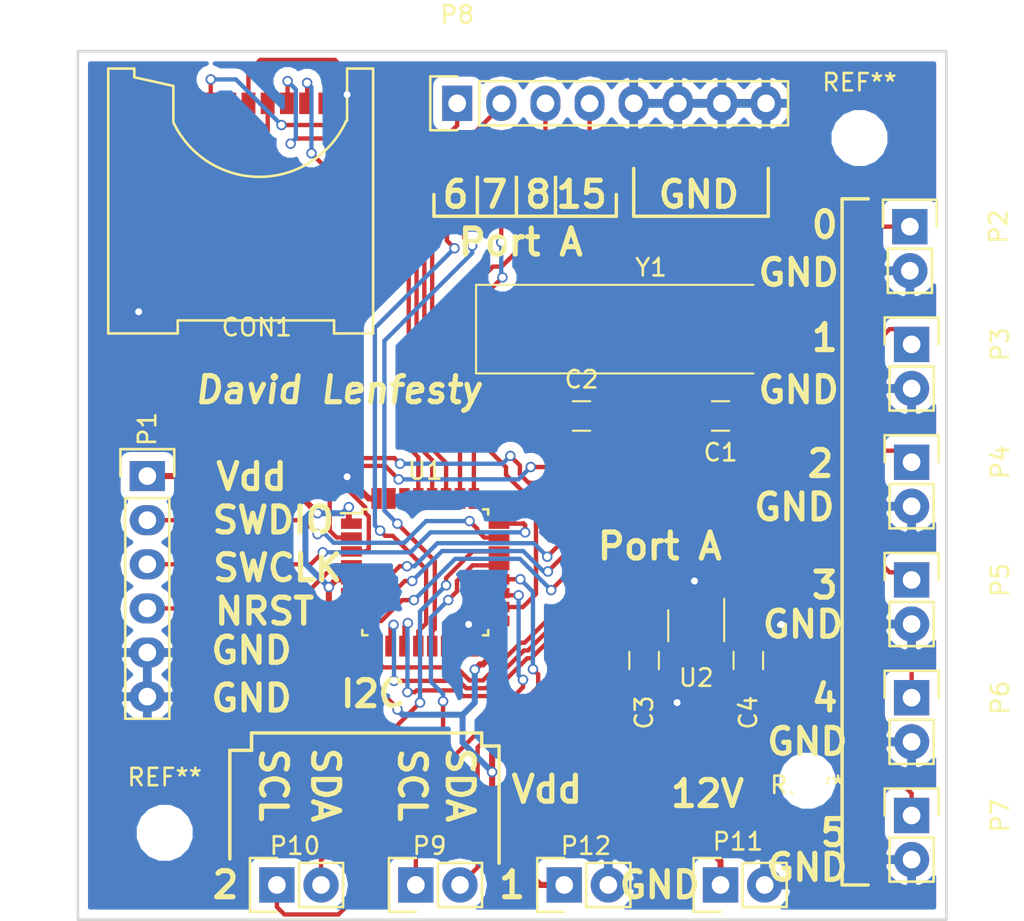
<source format=kicad_pcb>
(kicad_pcb (version 4) (host pcbnew 4.0.5-e0-6337~49~ubuntu16.04.1)

  (general
    (links 59)
    (no_connects 0)
    (area 55.442857 36.925 114.557143 90.075001)
    (thickness 1.6)
    (drawings 61)
    (tracks 427)
    (zones 0)
    (modules 23)
    (nets 36)
  )

  (page A4)
  (layers
    (0 F.Cu signal)
    (31 B.Cu signal)
    (32 B.Adhes user)
    (33 F.Adhes user)
    (34 B.Paste user)
    (35 F.Paste user)
    (36 B.SilkS user)
    (37 F.SilkS user)
    (38 B.Mask user)
    (39 F.Mask user)
    (40 Dwgs.User user)
    (41 Cmts.User user)
    (42 Eco1.User user)
    (43 Eco2.User user)
    (44 Edge.Cuts user)
    (45 Margin user)
    (46 B.CrtYd user)
    (47 F.CrtYd user)
    (48 B.Fab user)
    (49 F.Fab user)
  )

  (setup
    (last_trace_width 0.25)
    (trace_clearance 0.2)
    (zone_clearance 0.508)
    (zone_45_only no)
    (trace_min 0.2)
    (segment_width 0.2)
    (edge_width 0.15)
    (via_size 0.6)
    (via_drill 0.4)
    (via_min_size 0.4)
    (via_min_drill 0.3)
    (uvia_size 0.3)
    (uvia_drill 0.1)
    (uvias_allowed no)
    (uvia_min_size 0.2)
    (uvia_min_drill 0.1)
    (pcb_text_width 0.3)
    (pcb_text_size 1.5 1.5)
    (mod_edge_width 0.15)
    (mod_text_size 1 1)
    (mod_text_width 0.15)
    (pad_size 1.524 1.524)
    (pad_drill 0.762)
    (pad_to_mask_clearance 0.2)
    (aux_axis_origin 0 0)
    (visible_elements FFFFFF7F)
    (pcbplotparams
      (layerselection 0x00030_80000001)
      (usegerberextensions false)
      (excludeedgelayer true)
      (linewidth 0.100000)
      (plotframeref false)
      (viasonmask false)
      (mode 1)
      (useauxorigin false)
      (hpglpennumber 1)
      (hpglpenspeed 20)
      (hpglpendiameter 15)
      (hpglpenoverlay 2)
      (psnegative false)
      (psa4output false)
      (plotreference true)
      (plotvalue true)
      (plotinvisibletext false)
      (padsonsilk false)
      (subtractmaskfromsilk false)
      (outputformat 1)
      (mirror false)
      (drillshape 1)
      (scaleselection 1)
      (outputdirectory ""))
  )

  (net 0 "")
  (net 1 "Net-(C1-Pad1)")
  (net 2 "Net-(C1-Pad2)")
  (net 3 "Net-(C2-Pad1)")
  (net 4 "Net-(C2-Pad2)")
  (net 5 GND)
  (net 6 "Net-(CON1-Pad1)")
  (net 7 /SPI_CS)
  (net 8 /SPI1_MOSI)
  (net 9 +Vdd)
  (net 10 /SPI1_CLK)
  (net 11 /SPI1_MISO)
  (net 12 "Net-(CON1-Pad8)")
  (net 13 /SWDIO)
  (net 14 /SWCLK)
  (net 15 "Net-(P1-Pad4)")
  (net 16 "Net-(P2-Pad1)")
  (net 17 "Net-(P3-Pad1)")
  (net 18 "Net-(P4-Pad1)")
  (net 19 "Net-(P5-Pad1)")
  (net 20 "Net-(P6-Pad1)")
  (net 21 "Net-(P7-Pad1)")
  (net 22 "Net-(P8-Pad1)")
  (net 23 "Net-(P8-Pad2)")
  (net 24 "Net-(P8-Pad3)")
  (net 25 "Net-(P8-Pad4)")
  (net 26 /I2C1_SCL)
  (net 27 /I2C1_SDA)
  (net 28 /I2C2_SCL)
  (net 29 /I2C2_SDA)
  (net 30 /+12V)
  (net 31 "Net-(U1-Pad14)")
  (net 32 "Net-(U1-Pad15)")
  (net 33 "Net-(U1-Pad30)")
  (net 34 "Net-(U1-Pad31)")
  (net 35 "Net-(U2-Pad4)")

  (net_class Default "This is the default net class."
    (clearance 0.2)
    (trace_width 0.25)
    (via_dia 0.6)
    (via_drill 0.4)
    (uvia_dia 0.3)
    (uvia_drill 0.1)
    (add_net +Vdd)
    (add_net /+12V)
    (add_net /I2C1_SCL)
    (add_net /I2C1_SDA)
    (add_net /I2C2_SCL)
    (add_net /I2C2_SDA)
    (add_net /SPI1_CLK)
    (add_net /SPI1_MISO)
    (add_net /SPI1_MOSI)
    (add_net /SPI_CS)
    (add_net /SWCLK)
    (add_net /SWDIO)
    (add_net GND)
    (add_net "Net-(C1-Pad1)")
    (add_net "Net-(C1-Pad2)")
    (add_net "Net-(C2-Pad1)")
    (add_net "Net-(C2-Pad2)")
    (add_net "Net-(CON1-Pad1)")
    (add_net "Net-(CON1-Pad8)")
    (add_net "Net-(P1-Pad4)")
    (add_net "Net-(P2-Pad1)")
    (add_net "Net-(P3-Pad1)")
    (add_net "Net-(P4-Pad1)")
    (add_net "Net-(P5-Pad1)")
    (add_net "Net-(P6-Pad1)")
    (add_net "Net-(P7-Pad1)")
    (add_net "Net-(P8-Pad1)")
    (add_net "Net-(P8-Pad2)")
    (add_net "Net-(P8-Pad3)")
    (add_net "Net-(P8-Pad4)")
    (add_net "Net-(U1-Pad14)")
    (add_net "Net-(U1-Pad15)")
    (add_net "Net-(U1-Pad30)")
    (add_net "Net-(U1-Pad31)")
    (add_net "Net-(U2-Pad4)")
  )

  (module Socket_Strips:Socket_Strip_Straight_1x08 (layer F.Cu) (tedit 0) (tstamp 58A080F7)
    (at 81.84 43)
    (descr "Through hole socket strip")
    (tags "socket strip")
    (path /589FF52C)
    (fp_text reference P8 (at 0 -5.1) (layer F.SilkS)
      (effects (font (size 1 1) (thickness 0.15)))
    )
    (fp_text value CONN_01X08 (at 0 -3.1) (layer F.Fab)
      (effects (font (size 1 1) (thickness 0.15)))
    )
    (fp_line (start -1.75 -1.75) (end -1.75 1.75) (layer F.CrtYd) (width 0.05))
    (fp_line (start 19.55 -1.75) (end 19.55 1.75) (layer F.CrtYd) (width 0.05))
    (fp_line (start -1.75 -1.75) (end 19.55 -1.75) (layer F.CrtYd) (width 0.05))
    (fp_line (start -1.75 1.75) (end 19.55 1.75) (layer F.CrtYd) (width 0.05))
    (fp_line (start 1.27 1.27) (end 19.05 1.27) (layer F.SilkS) (width 0.15))
    (fp_line (start 19.05 1.27) (end 19.05 -1.27) (layer F.SilkS) (width 0.15))
    (fp_line (start 19.05 -1.27) (end 1.27 -1.27) (layer F.SilkS) (width 0.15))
    (fp_line (start -1.55 1.55) (end 0 1.55) (layer F.SilkS) (width 0.15))
    (fp_line (start 1.27 1.27) (end 1.27 -1.27) (layer F.SilkS) (width 0.15))
    (fp_line (start 0 -1.55) (end -1.55 -1.55) (layer F.SilkS) (width 0.15))
    (fp_line (start -1.55 -1.55) (end -1.55 1.55) (layer F.SilkS) (width 0.15))
    (pad 1 thru_hole rect (at 0 0) (size 1.7272 2.032) (drill 1.016) (layers *.Cu *.Mask)
      (net 22 "Net-(P8-Pad1)"))
    (pad 2 thru_hole oval (at 2.54 0) (size 1.7272 2.032) (drill 1.016) (layers *.Cu *.Mask)
      (net 23 "Net-(P8-Pad2)"))
    (pad 3 thru_hole oval (at 5.08 0) (size 1.7272 2.032) (drill 1.016) (layers *.Cu *.Mask)
      (net 24 "Net-(P8-Pad3)"))
    (pad 4 thru_hole oval (at 7.62 0) (size 1.7272 2.032) (drill 1.016) (layers *.Cu *.Mask)
      (net 25 "Net-(P8-Pad4)"))
    (pad 5 thru_hole oval (at 10.16 0) (size 1.7272 2.032) (drill 1.016) (layers *.Cu *.Mask)
      (net 5 GND))
    (pad 6 thru_hole oval (at 12.7 0) (size 1.7272 2.032) (drill 1.016) (layers *.Cu *.Mask)
      (net 5 GND))
    (pad 7 thru_hole oval (at 15.24 0) (size 1.7272 2.032) (drill 1.016) (layers *.Cu *.Mask)
      (net 5 GND))
    (pad 8 thru_hole oval (at 17.78 0) (size 1.7272 2.032) (drill 1.016) (layers *.Cu *.Mask)
      (net 5 GND))
    (model Socket_Strips.3dshapes/Socket_Strip_Straight_1x08.wrl
      (at (xyz 0.35 0 0))
      (scale (xyz 1 1 1))
      (rotate (xyz 0 0 180))
    )
  )

  (module Capacitors_SMD:C_0805_HandSoldering (layer F.Cu) (tedit 541A9B8D) (tstamp 58A0808A)
    (at 97 61 180)
    (descr "Capacitor SMD 0805, hand soldering")
    (tags "capacitor 0805")
    (path /589FDCD1)
    (attr smd)
    (fp_text reference C1 (at 0 -2.1 180) (layer F.SilkS)
      (effects (font (size 1 1) (thickness 0.15)))
    )
    (fp_text value C_Small (at 0 2.1 180) (layer F.Fab)
      (effects (font (size 1 1) (thickness 0.15)))
    )
    (fp_line (start -1 0.625) (end -1 -0.625) (layer F.Fab) (width 0.1))
    (fp_line (start 1 0.625) (end -1 0.625) (layer F.Fab) (width 0.1))
    (fp_line (start 1 -0.625) (end 1 0.625) (layer F.Fab) (width 0.1))
    (fp_line (start -1 -0.625) (end 1 -0.625) (layer F.Fab) (width 0.1))
    (fp_line (start -2.3 -1) (end 2.3 -1) (layer F.CrtYd) (width 0.05))
    (fp_line (start -2.3 1) (end 2.3 1) (layer F.CrtYd) (width 0.05))
    (fp_line (start -2.3 -1) (end -2.3 1) (layer F.CrtYd) (width 0.05))
    (fp_line (start 2.3 -1) (end 2.3 1) (layer F.CrtYd) (width 0.05))
    (fp_line (start 0.5 -0.85) (end -0.5 -0.85) (layer F.SilkS) (width 0.12))
    (fp_line (start -0.5 0.85) (end 0.5 0.85) (layer F.SilkS) (width 0.12))
    (pad 1 smd rect (at -1.25 0 180) (size 1.5 1.25) (layers F.Cu F.Paste F.Mask)
      (net 1 "Net-(C1-Pad1)"))
    (pad 2 smd rect (at 1.25 0 180) (size 1.5 1.25) (layers F.Cu F.Paste F.Mask)
      (net 2 "Net-(C1-Pad2)"))
    (model Capacitors_SMD.3dshapes/C_0805_HandSoldering.wrl
      (at (xyz 0 0 0))
      (scale (xyz 1 1 1))
      (rotate (xyz 0 0 0))
    )
  )

  (module Capacitors_SMD:C_0805_HandSoldering (layer F.Cu) (tedit 541A9B8D) (tstamp 58A08090)
    (at 89 61)
    (descr "Capacitor SMD 0805, hand soldering")
    (tags "capacitor 0805")
    (path /589FDD2E)
    (attr smd)
    (fp_text reference C2 (at 0 -2.1) (layer F.SilkS)
      (effects (font (size 1 1) (thickness 0.15)))
    )
    (fp_text value C_Small (at 0 2.1) (layer F.Fab)
      (effects (font (size 1 1) (thickness 0.15)))
    )
    (fp_line (start -1 0.625) (end -1 -0.625) (layer F.Fab) (width 0.1))
    (fp_line (start 1 0.625) (end -1 0.625) (layer F.Fab) (width 0.1))
    (fp_line (start 1 -0.625) (end 1 0.625) (layer F.Fab) (width 0.1))
    (fp_line (start -1 -0.625) (end 1 -0.625) (layer F.Fab) (width 0.1))
    (fp_line (start -2.3 -1) (end 2.3 -1) (layer F.CrtYd) (width 0.05))
    (fp_line (start -2.3 1) (end 2.3 1) (layer F.CrtYd) (width 0.05))
    (fp_line (start -2.3 -1) (end -2.3 1) (layer F.CrtYd) (width 0.05))
    (fp_line (start 2.3 -1) (end 2.3 1) (layer F.CrtYd) (width 0.05))
    (fp_line (start 0.5 -0.85) (end -0.5 -0.85) (layer F.SilkS) (width 0.12))
    (fp_line (start -0.5 0.85) (end 0.5 0.85) (layer F.SilkS) (width 0.12))
    (pad 1 smd rect (at -1.25 0) (size 1.5 1.25) (layers F.Cu F.Paste F.Mask)
      (net 3 "Net-(C2-Pad1)"))
    (pad 2 smd rect (at 1.25 0) (size 1.5 1.25) (layers F.Cu F.Paste F.Mask)
      (net 4 "Net-(C2-Pad2)"))
    (model Capacitors_SMD.3dshapes/C_0805_HandSoldering.wrl
      (at (xyz 0 0 0))
      (scale (xyz 1 1 1))
      (rotate (xyz 0 0 0))
    )
  )

  (module Capacitors_SMD:C_0805_HandSoldering (layer F.Cu) (tedit 541A9B8D) (tstamp 58A08096)
    (at 92.6 75.075 270)
    (descr "Capacitor SMD 0805, hand soldering")
    (tags "capacitor 0805")
    (path /58A01A5B)
    (attr smd)
    (fp_text reference C3 (at 3 0 270) (layer F.SilkS)
      (effects (font (size 1 1) (thickness 0.15)))
    )
    (fp_text value 1uF (at 0 2.1 270) (layer F.Fab)
      (effects (font (size 1 1) (thickness 0.15)))
    )
    (fp_line (start -1 0.625) (end -1 -0.625) (layer F.Fab) (width 0.1))
    (fp_line (start 1 0.625) (end -1 0.625) (layer F.Fab) (width 0.1))
    (fp_line (start 1 -0.625) (end 1 0.625) (layer F.Fab) (width 0.1))
    (fp_line (start -1 -0.625) (end 1 -0.625) (layer F.Fab) (width 0.1))
    (fp_line (start -2.3 -1) (end 2.3 -1) (layer F.CrtYd) (width 0.05))
    (fp_line (start -2.3 1) (end 2.3 1) (layer F.CrtYd) (width 0.05))
    (fp_line (start -2.3 -1) (end -2.3 1) (layer F.CrtYd) (width 0.05))
    (fp_line (start 2.3 -1) (end 2.3 1) (layer F.CrtYd) (width 0.05))
    (fp_line (start 0.5 -0.85) (end -0.5 -0.85) (layer F.SilkS) (width 0.12))
    (fp_line (start -0.5 0.85) (end 0.5 0.85) (layer F.SilkS) (width 0.12))
    (pad 1 smd rect (at -1.25 0 270) (size 1.5 1.25) (layers F.Cu F.Paste F.Mask)
      (net 30 /+12V))
    (pad 2 smd rect (at 1.25 0 270) (size 1.5 1.25) (layers F.Cu F.Paste F.Mask)
      (net 5 GND))
    (model Capacitors_SMD.3dshapes/C_0805_HandSoldering.wrl
      (at (xyz 0 0 0))
      (scale (xyz 1 1 1))
      (rotate (xyz 0 0 0))
    )
  )

  (module Capacitors_SMD:C_0805_HandSoldering (layer F.Cu) (tedit 541A9B8D) (tstamp 58A0809C)
    (at 98.6 75.075 90)
    (descr "Capacitor SMD 0805, hand soldering")
    (tags "capacitor 0805")
    (path /58A019C0)
    (attr smd)
    (fp_text reference C4 (at -3 0 90) (layer F.SilkS)
      (effects (font (size 1 1) (thickness 0.15)))
    )
    (fp_text value 1uF (at 0 2.1 90) (layer F.Fab)
      (effects (font (size 1 1) (thickness 0.15)))
    )
    (fp_line (start -1 0.625) (end -1 -0.625) (layer F.Fab) (width 0.1))
    (fp_line (start 1 0.625) (end -1 0.625) (layer F.Fab) (width 0.1))
    (fp_line (start 1 -0.625) (end 1 0.625) (layer F.Fab) (width 0.1))
    (fp_line (start -1 -0.625) (end 1 -0.625) (layer F.Fab) (width 0.1))
    (fp_line (start -2.3 -1) (end 2.3 -1) (layer F.CrtYd) (width 0.05))
    (fp_line (start -2.3 1) (end 2.3 1) (layer F.CrtYd) (width 0.05))
    (fp_line (start -2.3 -1) (end -2.3 1) (layer F.CrtYd) (width 0.05))
    (fp_line (start 2.3 -1) (end 2.3 1) (layer F.CrtYd) (width 0.05))
    (fp_line (start 0.5 -0.85) (end -0.5 -0.85) (layer F.SilkS) (width 0.12))
    (fp_line (start -0.5 0.85) (end 0.5 0.85) (layer F.SilkS) (width 0.12))
    (pad 1 smd rect (at -1.25 0 90) (size 1.5 1.25) (layers F.Cu F.Paste F.Mask)
      (net 9 +Vdd))
    (pad 2 smd rect (at 1.25 0 90) (size 1.5 1.25) (layers F.Cu F.Paste F.Mask)
      (net 5 GND))
    (model Capacitors_SMD.3dshapes/C_0805_HandSoldering.wrl
      (at (xyz 0 0 0))
      (scale (xyz 1 1 1))
      (rotate (xyz 0 0 0))
    )
  )

  (module microSD:microSD-5031821852 (layer F.Cu) (tedit 589FE667) (tstamp 58A080BD)
    (at 70 50)
    (path /589FDFA5)
    (fp_text reference CON1 (at 0.3 5.9) (layer F.SilkS)
      (effects (font (size 1 1) (thickness 0.15)))
    )
    (fp_text value Micro_SD_Card (at -0.1 -9.8) (layer F.Fab)
      (effects (font (size 1 1) (thickness 0.15)))
    )
    (fp_line (start 7 6.25) (end 7 4) (layer F.SilkS) (width 0.15))
    (fp_line (start 4.75 6.25) (end 7 6.25) (layer F.SilkS) (width 0.15))
    (fp_line (start 4.75 5.5) (end 4.75 6.25) (layer F.SilkS) (width 0.15))
    (fp_line (start -4.25 5.5) (end 4.75 5.5) (layer F.SilkS) (width 0.15))
    (fp_line (start -4.25 6.25) (end -4.25 5.5) (layer F.SilkS) (width 0.15))
    (fp_line (start -8.25 6.25) (end -4.25 6.25) (layer F.SilkS) (width 0.15))
    (fp_line (start -8.25 4) (end -8.25 6.25) (layer F.SilkS) (width 0.15))
    (fp_line (start -8.25 4) (end -8.25 -9) (layer F.SilkS) (width 0.15))
    (fp_line (start 7 -9) (end 7 4) (layer F.SilkS) (width 0.15))
    (fp_line (start 5.5 -9) (end 7 -9) (layer F.SilkS) (width 0.15))
    (fp_line (start 5.5 -6) (end 5.5 -9) (layer F.SilkS) (width 0.15))
    (fp_arc (start 0.45513 -8.25) (end 5.45513 -6) (angle 130.4260787) (layer F.SilkS) (width 0.15))
    (fp_line (start -4.5 -8) (end -4.5 -6) (layer F.SilkS) (width 0.15))
    (fp_line (start -6.75 -8.5) (end -4.5 -8) (layer F.SilkS) (width 0.15))
    (fp_line (start -6.75 -9) (end -6.75 -8.5) (layer F.SilkS) (width 0.15))
    (fp_line (start -8.25 -9) (end -6.75 -9) (layer F.SilkS) (width 0.15))
    (pad 1 smd rect (at 4.249994 -7) (size 0.8 1.24) (layers F.Cu F.Paste F.Mask)
      (net 6 "Net-(CON1-Pad1)"))
    (pad 2 smd rect (at 3.142852 -7) (size 0.8 1.24) (layers F.Cu F.Paste F.Mask)
      (net 7 /SPI_CS))
    (pad 3 smd rect (at 2.03571 -7) (size 0.8 1.24) (layers F.Cu F.Paste F.Mask)
      (net 8 /SPI1_MOSI))
    (pad 4 smd rect (at 0.928568 -7) (size 0.8 1.24) (layers F.Cu F.Paste F.Mask)
      (net 9 +Vdd))
    (pad 5 smd rect (at -0.178574 -7) (size 0.8 1.24) (layers F.Cu F.Paste F.Mask)
      (net 10 /SPI1_CLK))
    (pad 6 smd rect (at -1.285716 -7) (size 0.8 1.24) (layers F.Cu F.Paste F.Mask)
      (net 5 GND))
    (pad 7 smd rect (at -2.392858 -7) (size 0.8 1.24) (layers F.Cu F.Paste F.Mask)
      (net 11 /SPI1_MISO))
    (pad 8 smd rect (at -3.5 -7) (size 0.8 1.24) (layers F.Cu F.Paste F.Mask)
      (net 12 "Net-(CON1-Pad8)"))
    (pad 9 smd rect (at 7 -7) (size 0.8 1.24) (layers F.Cu F.Paste F.Mask)
      (net 5 GND))
    (pad 9 smd rect (at 3.9 5.7) (size 1.5 1.15) (layers F.Cu F.Paste F.Mask)
      (net 5 GND))
    (pad 9 smd rect (at -3.9 5.7) (size 1.5 1.15) (layers F.Cu F.Paste F.Mask)
      (net 5 GND))
    (pad 9 smd rect (at -8.2 5) (size 1.15 2.2) (layers F.Cu F.Paste F.Mask)
      (net 5 GND))
    (pad 9 smd rect (at -8.3 -6.4) (size 0.95 2.5) (layers F.Cu F.Paste F.Mask)
      (net 5 GND))
  )

  (module Socket_Strips:Socket_Strip_Straight_1x06 (layer F.Cu) (tedit 0) (tstamp 58A080C7)
    (at 64 64.46 270)
    (descr "Through hole socket strip")
    (tags "socket strip")
    (path /589FD838)
    (fp_text reference P1 (at -2.71 0 270) (layer F.SilkS)
      (effects (font (size 1 1) (thickness 0.15)))
    )
    (fp_text value CONN_01X06 (at 0 -3.1 270) (layer F.Fab)
      (effects (font (size 1 1) (thickness 0.15)))
    )
    (fp_line (start -1.75 -1.75) (end -1.75 1.75) (layer F.CrtYd) (width 0.05))
    (fp_line (start 14.45 -1.75) (end 14.45 1.75) (layer F.CrtYd) (width 0.05))
    (fp_line (start -1.75 -1.75) (end 14.45 -1.75) (layer F.CrtYd) (width 0.05))
    (fp_line (start -1.75 1.75) (end 14.45 1.75) (layer F.CrtYd) (width 0.05))
    (fp_line (start 1.27 1.27) (end 13.97 1.27) (layer F.SilkS) (width 0.15))
    (fp_line (start 13.97 1.27) (end 13.97 -1.27) (layer F.SilkS) (width 0.15))
    (fp_line (start 13.97 -1.27) (end 1.27 -1.27) (layer F.SilkS) (width 0.15))
    (fp_line (start -1.55 1.55) (end 0 1.55) (layer F.SilkS) (width 0.15))
    (fp_line (start 1.27 1.27) (end 1.27 -1.27) (layer F.SilkS) (width 0.15))
    (fp_line (start 0 -1.55) (end -1.55 -1.55) (layer F.SilkS) (width 0.15))
    (fp_line (start -1.55 -1.55) (end -1.55 1.55) (layer F.SilkS) (width 0.15))
    (pad 1 thru_hole rect (at 0 0 270) (size 1.7272 2.032) (drill 1.016) (layers *.Cu *.Mask)
      (net 9 +Vdd))
    (pad 2 thru_hole oval (at 2.54 0 270) (size 1.7272 2.032) (drill 1.016) (layers *.Cu *.Mask)
      (net 13 /SWDIO))
    (pad 3 thru_hole oval (at 5.08 0 270) (size 1.7272 2.032) (drill 1.016) (layers *.Cu *.Mask)
      (net 14 /SWCLK))
    (pad 4 thru_hole oval (at 7.62 0 270) (size 1.7272 2.032) (drill 1.016) (layers *.Cu *.Mask)
      (net 15 "Net-(P1-Pad4)"))
    (pad 5 thru_hole oval (at 10.16 0 270) (size 1.7272 2.032) (drill 1.016) (layers *.Cu *.Mask)
      (net 5 GND))
    (pad 6 thru_hole oval (at 12.7 0 270) (size 1.7272 2.032) (drill 1.016) (layers *.Cu *.Mask)
      (net 5 GND))
    (model Socket_Strips.3dshapes/Socket_Strip_Straight_1x06.wrl
      (at (xyz 0.25 0 0))
      (scale (xyz 1 1 1))
      (rotate (xyz 0 0 180))
    )
  )

  (module Socket_Strips:Socket_Strip_Straight_1x02 (layer F.Cu) (tedit 54E9F75E) (tstamp 58A080CD)
    (at 107.9 50.1 270)
    (descr "Through hole socket strip")
    (tags "socket strip")
    (path /589FEC3B)
    (fp_text reference P2 (at 0 -5.1 270) (layer F.SilkS)
      (effects (font (size 1 1) (thickness 0.15)))
    )
    (fp_text value CONN_01X02 (at 0 -3.1 270) (layer F.Fab)
      (effects (font (size 1 1) (thickness 0.15)))
    )
    (fp_line (start -1.55 1.55) (end 0 1.55) (layer F.SilkS) (width 0.15))
    (fp_line (start 3.81 1.27) (end 1.27 1.27) (layer F.SilkS) (width 0.15))
    (fp_line (start -1.75 -1.75) (end -1.75 1.75) (layer F.CrtYd) (width 0.05))
    (fp_line (start 4.3 -1.75) (end 4.3 1.75) (layer F.CrtYd) (width 0.05))
    (fp_line (start -1.75 -1.75) (end 4.3 -1.75) (layer F.CrtYd) (width 0.05))
    (fp_line (start -1.75 1.75) (end 4.3 1.75) (layer F.CrtYd) (width 0.05))
    (fp_line (start 1.27 1.27) (end 1.27 -1.27) (layer F.SilkS) (width 0.15))
    (fp_line (start 0 -1.55) (end -1.55 -1.55) (layer F.SilkS) (width 0.15))
    (fp_line (start -1.55 -1.55) (end -1.55 1.55) (layer F.SilkS) (width 0.15))
    (fp_line (start 1.27 -1.27) (end 3.81 -1.27) (layer F.SilkS) (width 0.15))
    (fp_line (start 3.81 -1.27) (end 3.81 1.27) (layer F.SilkS) (width 0.15))
    (pad 1 thru_hole rect (at 0 0 270) (size 2.032 2.032) (drill 1.016) (layers *.Cu *.Mask)
      (net 16 "Net-(P2-Pad1)"))
    (pad 2 thru_hole oval (at 2.54 0 270) (size 2.032 2.032) (drill 1.016) (layers *.Cu *.Mask)
      (net 5 GND))
    (model Socket_Strips.3dshapes/Socket_Strip_Straight_1x02.wrl
      (at (xyz 0.05 0 0))
      (scale (xyz 1 1 1))
      (rotate (xyz 0 0 180))
    )
  )

  (module Socket_Strips:Socket_Strip_Straight_1x02 (layer F.Cu) (tedit 54E9F75E) (tstamp 58A080D3)
    (at 108 56.88 270)
    (descr "Through hole socket strip")
    (tags "socket strip")
    (path /589FEC8C)
    (fp_text reference P3 (at 0 -5.1 270) (layer F.SilkS)
      (effects (font (size 1 1) (thickness 0.15)))
    )
    (fp_text value CONN_01X02 (at 0 -3.1 270) (layer F.Fab)
      (effects (font (size 1 1) (thickness 0.15)))
    )
    (fp_line (start -1.55 1.55) (end 0 1.55) (layer F.SilkS) (width 0.15))
    (fp_line (start 3.81 1.27) (end 1.27 1.27) (layer F.SilkS) (width 0.15))
    (fp_line (start -1.75 -1.75) (end -1.75 1.75) (layer F.CrtYd) (width 0.05))
    (fp_line (start 4.3 -1.75) (end 4.3 1.75) (layer F.CrtYd) (width 0.05))
    (fp_line (start -1.75 -1.75) (end 4.3 -1.75) (layer F.CrtYd) (width 0.05))
    (fp_line (start -1.75 1.75) (end 4.3 1.75) (layer F.CrtYd) (width 0.05))
    (fp_line (start 1.27 1.27) (end 1.27 -1.27) (layer F.SilkS) (width 0.15))
    (fp_line (start 0 -1.55) (end -1.55 -1.55) (layer F.SilkS) (width 0.15))
    (fp_line (start -1.55 -1.55) (end -1.55 1.55) (layer F.SilkS) (width 0.15))
    (fp_line (start 1.27 -1.27) (end 3.81 -1.27) (layer F.SilkS) (width 0.15))
    (fp_line (start 3.81 -1.27) (end 3.81 1.27) (layer F.SilkS) (width 0.15))
    (pad 1 thru_hole rect (at 0 0 270) (size 2.032 2.032) (drill 1.016) (layers *.Cu *.Mask)
      (net 17 "Net-(P3-Pad1)"))
    (pad 2 thru_hole oval (at 2.54 0 270) (size 2.032 2.032) (drill 1.016) (layers *.Cu *.Mask)
      (net 5 GND))
    (model Socket_Strips.3dshapes/Socket_Strip_Straight_1x02.wrl
      (at (xyz 0.05 0 0))
      (scale (xyz 1 1 1))
      (rotate (xyz 0 0 180))
    )
  )

  (module Socket_Strips:Socket_Strip_Straight_1x02 (layer F.Cu) (tedit 54E9F75E) (tstamp 58A080D9)
    (at 108 63.66 270)
    (descr "Through hole socket strip")
    (tags "socket strip")
    (path /589FF13E)
    (fp_text reference P4 (at 0 -5.1 270) (layer F.SilkS)
      (effects (font (size 1 1) (thickness 0.15)))
    )
    (fp_text value CONN_01X02 (at 0 -3.1 270) (layer F.Fab)
      (effects (font (size 1 1) (thickness 0.15)))
    )
    (fp_line (start -1.55 1.55) (end 0 1.55) (layer F.SilkS) (width 0.15))
    (fp_line (start 3.81 1.27) (end 1.27 1.27) (layer F.SilkS) (width 0.15))
    (fp_line (start -1.75 -1.75) (end -1.75 1.75) (layer F.CrtYd) (width 0.05))
    (fp_line (start 4.3 -1.75) (end 4.3 1.75) (layer F.CrtYd) (width 0.05))
    (fp_line (start -1.75 -1.75) (end 4.3 -1.75) (layer F.CrtYd) (width 0.05))
    (fp_line (start -1.75 1.75) (end 4.3 1.75) (layer F.CrtYd) (width 0.05))
    (fp_line (start 1.27 1.27) (end 1.27 -1.27) (layer F.SilkS) (width 0.15))
    (fp_line (start 0 -1.55) (end -1.55 -1.55) (layer F.SilkS) (width 0.15))
    (fp_line (start -1.55 -1.55) (end -1.55 1.55) (layer F.SilkS) (width 0.15))
    (fp_line (start 1.27 -1.27) (end 3.81 -1.27) (layer F.SilkS) (width 0.15))
    (fp_line (start 3.81 -1.27) (end 3.81 1.27) (layer F.SilkS) (width 0.15))
    (pad 1 thru_hole rect (at 0 0 270) (size 2.032 2.032) (drill 1.016) (layers *.Cu *.Mask)
      (net 18 "Net-(P4-Pad1)"))
    (pad 2 thru_hole oval (at 2.54 0 270) (size 2.032 2.032) (drill 1.016) (layers *.Cu *.Mask)
      (net 5 GND))
    (model Socket_Strips.3dshapes/Socket_Strip_Straight_1x02.wrl
      (at (xyz 0.05 0 0))
      (scale (xyz 1 1 1))
      (rotate (xyz 0 0 180))
    )
  )

  (module Socket_Strips:Socket_Strip_Straight_1x02 (layer F.Cu) (tedit 54E9F75E) (tstamp 58A080DF)
    (at 108 70.44 270)
    (descr "Through hole socket strip")
    (tags "socket strip")
    (path /589FF18C)
    (fp_text reference P5 (at 0 -5.1 270) (layer F.SilkS)
      (effects (font (size 1 1) (thickness 0.15)))
    )
    (fp_text value CONN_01X02 (at 0 -3.1 270) (layer F.Fab)
      (effects (font (size 1 1) (thickness 0.15)))
    )
    (fp_line (start -1.55 1.55) (end 0 1.55) (layer F.SilkS) (width 0.15))
    (fp_line (start 3.81 1.27) (end 1.27 1.27) (layer F.SilkS) (width 0.15))
    (fp_line (start -1.75 -1.75) (end -1.75 1.75) (layer F.CrtYd) (width 0.05))
    (fp_line (start 4.3 -1.75) (end 4.3 1.75) (layer F.CrtYd) (width 0.05))
    (fp_line (start -1.75 -1.75) (end 4.3 -1.75) (layer F.CrtYd) (width 0.05))
    (fp_line (start -1.75 1.75) (end 4.3 1.75) (layer F.CrtYd) (width 0.05))
    (fp_line (start 1.27 1.27) (end 1.27 -1.27) (layer F.SilkS) (width 0.15))
    (fp_line (start 0 -1.55) (end -1.55 -1.55) (layer F.SilkS) (width 0.15))
    (fp_line (start -1.55 -1.55) (end -1.55 1.55) (layer F.SilkS) (width 0.15))
    (fp_line (start 1.27 -1.27) (end 3.81 -1.27) (layer F.SilkS) (width 0.15))
    (fp_line (start 3.81 -1.27) (end 3.81 1.27) (layer F.SilkS) (width 0.15))
    (pad 1 thru_hole rect (at 0 0 270) (size 2.032 2.032) (drill 1.016) (layers *.Cu *.Mask)
      (net 19 "Net-(P5-Pad1)"))
    (pad 2 thru_hole oval (at 2.54 0 270) (size 2.032 2.032) (drill 1.016) (layers *.Cu *.Mask)
      (net 5 GND))
    (model Socket_Strips.3dshapes/Socket_Strip_Straight_1x02.wrl
      (at (xyz 0.05 0 0))
      (scale (xyz 1 1 1))
      (rotate (xyz 0 0 180))
    )
  )

  (module Socket_Strips:Socket_Strip_Straight_1x02 (layer F.Cu) (tedit 54E9F75E) (tstamp 58A080E5)
    (at 108 77.22 270)
    (descr "Through hole socket strip")
    (tags "socket strip")
    (path /589FECCF)
    (fp_text reference P6 (at 0 -5.1 270) (layer F.SilkS)
      (effects (font (size 1 1) (thickness 0.15)))
    )
    (fp_text value CONN_01X02 (at 0 -3.1 270) (layer F.Fab)
      (effects (font (size 1 1) (thickness 0.15)))
    )
    (fp_line (start -1.55 1.55) (end 0 1.55) (layer F.SilkS) (width 0.15))
    (fp_line (start 3.81 1.27) (end 1.27 1.27) (layer F.SilkS) (width 0.15))
    (fp_line (start -1.75 -1.75) (end -1.75 1.75) (layer F.CrtYd) (width 0.05))
    (fp_line (start 4.3 -1.75) (end 4.3 1.75) (layer F.CrtYd) (width 0.05))
    (fp_line (start -1.75 -1.75) (end 4.3 -1.75) (layer F.CrtYd) (width 0.05))
    (fp_line (start -1.75 1.75) (end 4.3 1.75) (layer F.CrtYd) (width 0.05))
    (fp_line (start 1.27 1.27) (end 1.27 -1.27) (layer F.SilkS) (width 0.15))
    (fp_line (start 0 -1.55) (end -1.55 -1.55) (layer F.SilkS) (width 0.15))
    (fp_line (start -1.55 -1.55) (end -1.55 1.55) (layer F.SilkS) (width 0.15))
    (fp_line (start 1.27 -1.27) (end 3.81 -1.27) (layer F.SilkS) (width 0.15))
    (fp_line (start 3.81 -1.27) (end 3.81 1.27) (layer F.SilkS) (width 0.15))
    (pad 1 thru_hole rect (at 0 0 270) (size 2.032 2.032) (drill 1.016) (layers *.Cu *.Mask)
      (net 20 "Net-(P6-Pad1)"))
    (pad 2 thru_hole oval (at 2.54 0 270) (size 2.032 2.032) (drill 1.016) (layers *.Cu *.Mask)
      (net 5 GND))
    (model Socket_Strips.3dshapes/Socket_Strip_Straight_1x02.wrl
      (at (xyz 0.05 0 0))
      (scale (xyz 1 1 1))
      (rotate (xyz 0 0 180))
    )
  )

  (module Socket_Strips:Socket_Strip_Straight_1x02 (layer F.Cu) (tedit 54E9F75E) (tstamp 58A080FD)
    (at 79.46 88)
    (descr "Through hole socket strip")
    (tags "socket strip")
    (path /589FF465)
    (fp_text reference P9 (at 0.79 -2.25) (layer F.SilkS)
      (effects (font (size 1 1) (thickness 0.15)))
    )
    (fp_text value CONN_01X02 (at 0 -3.1) (layer F.Fab)
      (effects (font (size 1 1) (thickness 0.15)))
    )
    (fp_line (start -1.55 1.55) (end 0 1.55) (layer F.SilkS) (width 0.15))
    (fp_line (start 3.81 1.27) (end 1.27 1.27) (layer F.SilkS) (width 0.15))
    (fp_line (start -1.75 -1.75) (end -1.75 1.75) (layer F.CrtYd) (width 0.05))
    (fp_line (start 4.3 -1.75) (end 4.3 1.75) (layer F.CrtYd) (width 0.05))
    (fp_line (start -1.75 -1.75) (end 4.3 -1.75) (layer F.CrtYd) (width 0.05))
    (fp_line (start -1.75 1.75) (end 4.3 1.75) (layer F.CrtYd) (width 0.05))
    (fp_line (start 1.27 1.27) (end 1.27 -1.27) (layer F.SilkS) (width 0.15))
    (fp_line (start 0 -1.55) (end -1.55 -1.55) (layer F.SilkS) (width 0.15))
    (fp_line (start -1.55 -1.55) (end -1.55 1.55) (layer F.SilkS) (width 0.15))
    (fp_line (start 1.27 -1.27) (end 3.81 -1.27) (layer F.SilkS) (width 0.15))
    (fp_line (start 3.81 -1.27) (end 3.81 1.27) (layer F.SilkS) (width 0.15))
    (pad 1 thru_hole rect (at 0 0) (size 2.032 2.032) (drill 1.016) (layers *.Cu *.Mask)
      (net 26 /I2C1_SCL))
    (pad 2 thru_hole oval (at 2.54 0) (size 2.032 2.032) (drill 1.016) (layers *.Cu *.Mask)
      (net 27 /I2C1_SDA))
    (model Socket_Strips.3dshapes/Socket_Strip_Straight_1x02.wrl
      (at (xyz 0.05 0 0))
      (scale (xyz 1 1 1))
      (rotate (xyz 0 0 180))
    )
  )

  (module Socket_Strips:Socket_Strip_Straight_1x02 (layer F.Cu) (tedit 54E9F75E) (tstamp 58A08103)
    (at 71.46 88)
    (descr "Through hole socket strip")
    (tags "socket strip")
    (path /589FF4A8)
    (fp_text reference P10 (at 1.04 -2.25) (layer F.SilkS)
      (effects (font (size 1 1) (thickness 0.15)))
    )
    (fp_text value CONN_01X02 (at 0 -3) (layer F.Fab)
      (effects (font (size 1 1) (thickness 0.15)))
    )
    (fp_line (start -1.55 1.55) (end 0 1.55) (layer F.SilkS) (width 0.15))
    (fp_line (start 3.81 1.27) (end 1.27 1.27) (layer F.SilkS) (width 0.15))
    (fp_line (start -1.75 -1.75) (end -1.75 1.75) (layer F.CrtYd) (width 0.05))
    (fp_line (start 4.3 -1.75) (end 4.3 1.75) (layer F.CrtYd) (width 0.05))
    (fp_line (start -1.75 -1.75) (end 4.3 -1.75) (layer F.CrtYd) (width 0.05))
    (fp_line (start -1.75 1.75) (end 4.3 1.75) (layer F.CrtYd) (width 0.05))
    (fp_line (start 1.27 1.27) (end 1.27 -1.27) (layer F.SilkS) (width 0.15))
    (fp_line (start 0 -1.55) (end -1.55 -1.55) (layer F.SilkS) (width 0.15))
    (fp_line (start -1.55 -1.55) (end -1.55 1.55) (layer F.SilkS) (width 0.15))
    (fp_line (start 1.27 -1.27) (end 3.81 -1.27) (layer F.SilkS) (width 0.15))
    (fp_line (start 3.81 -1.27) (end 3.81 1.27) (layer F.SilkS) (width 0.15))
    (pad 1 thru_hole rect (at 0 0) (size 2.032 2.032) (drill 1.016) (layers *.Cu *.Mask)
      (net 28 /I2C2_SCL))
    (pad 2 thru_hole oval (at 2.54 0) (size 2.032 2.032) (drill 1.016) (layers *.Cu *.Mask)
      (net 29 /I2C2_SDA))
    (model Socket_Strips.3dshapes/Socket_Strip_Straight_1x02.wrl
      (at (xyz 0.05 0 0))
      (scale (xyz 1 1 1))
      (rotate (xyz 0 0 180))
    )
  )

  (module Socket_Strips:Socket_Strip_Straight_1x02 (layer F.Cu) (tedit 54E9F75E) (tstamp 58A08109)
    (at 97 88)
    (descr "Through hole socket strip")
    (tags "socket strip")
    (path /58A00A91)
    (fp_text reference P11 (at 1 -2.5) (layer F.SilkS)
      (effects (font (size 1 1) (thickness 0.15)))
    )
    (fp_text value CONN_01X02 (at 0 -3.1) (layer F.Fab)
      (effects (font (size 1 1) (thickness 0.15)))
    )
    (fp_line (start -1.55 1.55) (end 0 1.55) (layer F.SilkS) (width 0.15))
    (fp_line (start 3.81 1.27) (end 1.27 1.27) (layer F.SilkS) (width 0.15))
    (fp_line (start -1.75 -1.75) (end -1.75 1.75) (layer F.CrtYd) (width 0.05))
    (fp_line (start 4.3 -1.75) (end 4.3 1.75) (layer F.CrtYd) (width 0.05))
    (fp_line (start -1.75 -1.75) (end 4.3 -1.75) (layer F.CrtYd) (width 0.05))
    (fp_line (start -1.75 1.75) (end 4.3 1.75) (layer F.CrtYd) (width 0.05))
    (fp_line (start 1.27 1.27) (end 1.27 -1.27) (layer F.SilkS) (width 0.15))
    (fp_line (start 0 -1.55) (end -1.55 -1.55) (layer F.SilkS) (width 0.15))
    (fp_line (start -1.55 -1.55) (end -1.55 1.55) (layer F.SilkS) (width 0.15))
    (fp_line (start 1.27 -1.27) (end 3.81 -1.27) (layer F.SilkS) (width 0.15))
    (fp_line (start 3.81 -1.27) (end 3.81 1.27) (layer F.SilkS) (width 0.15))
    (pad 1 thru_hole rect (at 0 0) (size 2.032 2.032) (drill 1.016) (layers *.Cu *.Mask)
      (net 30 /+12V))
    (pad 2 thru_hole oval (at 2.54 0) (size 2.032 2.032) (drill 1.016) (layers *.Cu *.Mask)
      (net 5 GND))
    (model Socket_Strips.3dshapes/Socket_Strip_Straight_1x02.wrl
      (at (xyz 0.05 0 0))
      (scale (xyz 1 1 1))
      (rotate (xyz 0 0 180))
    )
  )

  (module Socket_Strips:Socket_Strip_Straight_1x02 (layer F.Cu) (tedit 54E9F75E) (tstamp 58A0810F)
    (at 88 88)
    (descr "Through hole socket strip")
    (tags "socket strip")
    (path /58A00AF5)
    (fp_text reference P12 (at 1.25 -2.25) (layer F.SilkS)
      (effects (font (size 1 1) (thickness 0.15)))
    )
    (fp_text value CONN_01X02 (at 0 -3.1) (layer F.Fab)
      (effects (font (size 1 1) (thickness 0.15)))
    )
    (fp_line (start -1.55 1.55) (end 0 1.55) (layer F.SilkS) (width 0.15))
    (fp_line (start 3.81 1.27) (end 1.27 1.27) (layer F.SilkS) (width 0.15))
    (fp_line (start -1.75 -1.75) (end -1.75 1.75) (layer F.CrtYd) (width 0.05))
    (fp_line (start 4.3 -1.75) (end 4.3 1.75) (layer F.CrtYd) (width 0.05))
    (fp_line (start -1.75 -1.75) (end 4.3 -1.75) (layer F.CrtYd) (width 0.05))
    (fp_line (start -1.75 1.75) (end 4.3 1.75) (layer F.CrtYd) (width 0.05))
    (fp_line (start 1.27 1.27) (end 1.27 -1.27) (layer F.SilkS) (width 0.15))
    (fp_line (start 0 -1.55) (end -1.55 -1.55) (layer F.SilkS) (width 0.15))
    (fp_line (start -1.55 -1.55) (end -1.55 1.55) (layer F.SilkS) (width 0.15))
    (fp_line (start 1.27 -1.27) (end 3.81 -1.27) (layer F.SilkS) (width 0.15))
    (fp_line (start 3.81 -1.27) (end 3.81 1.27) (layer F.SilkS) (width 0.15))
    (pad 1 thru_hole rect (at 0 0) (size 2.032 2.032) (drill 1.016) (layers *.Cu *.Mask)
      (net 9 +Vdd))
    (pad 2 thru_hole oval (at 2.54 0) (size 2.032 2.032) (drill 1.016) (layers *.Cu *.Mask)
      (net 5 GND))
    (model Socket_Strips.3dshapes/Socket_Strip_Straight_1x02.wrl
      (at (xyz 0.05 0 0))
      (scale (xyz 1 1 1))
      (rotate (xyz 0 0 180))
    )
  )

  (module Housings_QFP:LQFP-32_7x7mm_Pitch0.8mm (layer F.Cu) (tedit 54130A77) (tstamp 58A08133)
    (at 80 70)
    (descr "LQFP32: plastic low profile quad flat package; 32 leads; body 7 x 7 x 1.4 mm (see NXP sot358-1_po.pdf and sot358-1_fr.pdf)")
    (tags "QFP 0.8")
    (path /589FD65B)
    (attr smd)
    (fp_text reference U1 (at 0 -5.85) (layer F.SilkS)
      (effects (font (size 1 1) (thickness 0.15)))
    )
    (fp_text value STM32F030K6T6 (at 0 5.85) (layer F.Fab)
      (effects (font (size 1 1) (thickness 0.15)))
    )
    (fp_text user %R (at 0 0) (layer F.Fab)
      (effects (font (size 1 1) (thickness 0.15)))
    )
    (fp_line (start -2.5 -3.5) (end 3.5 -3.5) (layer F.Fab) (width 0.15))
    (fp_line (start 3.5 -3.5) (end 3.5 3.5) (layer F.Fab) (width 0.15))
    (fp_line (start 3.5 3.5) (end -3.5 3.5) (layer F.Fab) (width 0.15))
    (fp_line (start -3.5 3.5) (end -3.5 -2.5) (layer F.Fab) (width 0.15))
    (fp_line (start -3.5 -2.5) (end -2.5 -3.5) (layer F.Fab) (width 0.15))
    (fp_line (start -5.1 -5.1) (end -5.1 5.1) (layer F.CrtYd) (width 0.05))
    (fp_line (start 5.1 -5.1) (end 5.1 5.1) (layer F.CrtYd) (width 0.05))
    (fp_line (start -5.1 -5.1) (end 5.1 -5.1) (layer F.CrtYd) (width 0.05))
    (fp_line (start -5.1 5.1) (end 5.1 5.1) (layer F.CrtYd) (width 0.05))
    (fp_line (start -3.625 -3.625) (end -3.625 -3.4) (layer F.SilkS) (width 0.15))
    (fp_line (start 3.625 -3.625) (end 3.625 -3.325) (layer F.SilkS) (width 0.15))
    (fp_line (start 3.625 3.625) (end 3.625 3.325) (layer F.SilkS) (width 0.15))
    (fp_line (start -3.625 3.625) (end -3.625 3.325) (layer F.SilkS) (width 0.15))
    (fp_line (start -3.625 -3.625) (end -3.325 -3.625) (layer F.SilkS) (width 0.15))
    (fp_line (start -3.625 3.625) (end -3.325 3.625) (layer F.SilkS) (width 0.15))
    (fp_line (start 3.625 3.625) (end 3.325 3.625) (layer F.SilkS) (width 0.15))
    (fp_line (start 3.625 -3.625) (end 3.325 -3.625) (layer F.SilkS) (width 0.15))
    (fp_line (start -3.625 -3.4) (end -4.85 -3.4) (layer F.SilkS) (width 0.15))
    (pad 1 smd rect (at -4.25 -2.8) (size 1.2 0.6) (layers F.Cu F.Paste F.Mask)
      (net 9 +Vdd))
    (pad 2 smd rect (at -4.25 -2) (size 1.2 0.6) (layers F.Cu F.Paste F.Mask)
      (net 2 "Net-(C1-Pad2)"))
    (pad 3 smd rect (at -4.25 -1.2) (size 1.2 0.6) (layers F.Cu F.Paste F.Mask)
      (net 4 "Net-(C2-Pad2)"))
    (pad 4 smd rect (at -4.25 -0.4) (size 1.2 0.6) (layers F.Cu F.Paste F.Mask)
      (net 15 "Net-(P1-Pad4)"))
    (pad 5 smd rect (at -4.25 0.4) (size 1.2 0.6) (layers F.Cu F.Paste F.Mask)
      (net 9 +Vdd))
    (pad 6 smd rect (at -4.25 1.2) (size 1.2 0.6) (layers F.Cu F.Paste F.Mask)
      (net 16 "Net-(P2-Pad1)"))
    (pad 7 smd rect (at -4.25 2) (size 1.2 0.6) (layers F.Cu F.Paste F.Mask)
      (net 17 "Net-(P3-Pad1)"))
    (pad 8 smd rect (at -4.25 2.8) (size 1.2 0.6) (layers F.Cu F.Paste F.Mask)
      (net 18 "Net-(P4-Pad1)"))
    (pad 9 smd rect (at -2.8 4.25 90) (size 1.2 0.6) (layers F.Cu F.Paste F.Mask)
      (net 19 "Net-(P5-Pad1)"))
    (pad 10 smd rect (at -2 4.25 90) (size 1.2 0.6) (layers F.Cu F.Paste F.Mask)
      (net 20 "Net-(P6-Pad1)"))
    (pad 11 smd rect (at -1.2 4.25 90) (size 1.2 0.6) (layers F.Cu F.Paste F.Mask)
      (net 21 "Net-(P7-Pad1)"))
    (pad 12 smd rect (at -0.4 4.25 90) (size 1.2 0.6) (layers F.Cu F.Paste F.Mask)
      (net 22 "Net-(P8-Pad1)"))
    (pad 13 smd rect (at 0.4 4.25 90) (size 1.2 0.6) (layers F.Cu F.Paste F.Mask)
      (net 23 "Net-(P8-Pad2)"))
    (pad 14 smd rect (at 1.2 4.25 90) (size 1.2 0.6) (layers F.Cu F.Paste F.Mask)
      (net 31 "Net-(U1-Pad14)"))
    (pad 15 smd rect (at 2 4.25 90) (size 1.2 0.6) (layers F.Cu F.Paste F.Mask)
      (net 32 "Net-(U1-Pad15)"))
    (pad 16 smd rect (at 2.8 4.25 90) (size 1.2 0.6) (layers F.Cu F.Paste F.Mask)
      (net 5 GND))
    (pad 17 smd rect (at 4.25 2.8) (size 1.2 0.6) (layers F.Cu F.Paste F.Mask)
      (net 9 +Vdd))
    (pad 18 smd rect (at 4.25 2) (size 1.2 0.6) (layers F.Cu F.Paste F.Mask)
      (net 24 "Net-(P8-Pad3)"))
    (pad 19 smd rect (at 4.25 1.2) (size 1.2 0.6) (layers F.Cu F.Paste F.Mask)
      (net 26 /I2C1_SCL))
    (pad 20 smd rect (at 4.25 0.4) (size 1.2 0.6) (layers F.Cu F.Paste F.Mask)
      (net 27 /I2C1_SDA))
    (pad 21 smd rect (at 4.25 -0.4) (size 1.2 0.6) (layers F.Cu F.Paste F.Mask)
      (net 28 /I2C2_SCL))
    (pad 22 smd rect (at 4.25 -1.2) (size 1.2 0.6) (layers F.Cu F.Paste F.Mask)
      (net 29 /I2C2_SDA))
    (pad 23 smd rect (at 4.25 -2) (size 1.2 0.6) (layers F.Cu F.Paste F.Mask)
      (net 13 /SWDIO))
    (pad 24 smd rect (at 4.25 -2.8) (size 1.2 0.6) (layers F.Cu F.Paste F.Mask)
      (net 14 /SWCLK))
    (pad 25 smd rect (at 2.8 -4.25 90) (size 1.2 0.6) (layers F.Cu F.Paste F.Mask)
      (net 25 "Net-(P8-Pad4)"))
    (pad 26 smd rect (at 2 -4.25 90) (size 1.2 0.6) (layers F.Cu F.Paste F.Mask)
      (net 10 /SPI1_CLK))
    (pad 27 smd rect (at 1.2 -4.25 90) (size 1.2 0.6) (layers F.Cu F.Paste F.Mask)
      (net 11 /SPI1_MISO))
    (pad 28 smd rect (at 0.4 -4.25 90) (size 1.2 0.6) (layers F.Cu F.Paste F.Mask)
      (net 8 /SPI1_MOSI))
    (pad 29 smd rect (at -0.4 -4.25 90) (size 1.2 0.6) (layers F.Cu F.Paste F.Mask)
      (net 7 /SPI_CS))
    (pad 30 smd rect (at -1.2 -4.25 90) (size 1.2 0.6) (layers F.Cu F.Paste F.Mask)
      (net 33 "Net-(U1-Pad30)"))
    (pad 31 smd rect (at -2 -4.25 90) (size 1.2 0.6) (layers F.Cu F.Paste F.Mask)
      (net 34 "Net-(U1-Pad31)"))
    (pad 32 smd rect (at -2.8 -4.25 90) (size 1.2 0.6) (layers F.Cu F.Paste F.Mask)
      (net 5 GND))
    (model Housings_QFP.3dshapes/LQFP-32_7x7mm_Pitch0.8mm.wrl
      (at (xyz 0 0 0))
      (scale (xyz 1 1 1))
      (rotate (xyz 0 0 0))
    )
  )

  (module TO_SOT_Packages_SMD:SOT-23-5 (layer F.Cu) (tedit 583F3A3F) (tstamp 58A0813C)
    (at 95.6 73.075 270)
    (descr "5-pin SOT23 package")
    (tags SOT-23-5)
    (path /58A00B5D)
    (attr smd)
    (fp_text reference U2 (at 3 0 360) (layer F.SilkS)
      (effects (font (size 1 1) (thickness 0.15)))
    )
    (fp_text value LD3985M (at -3 0 360) (layer F.Fab)
      (effects (font (size 1 1) (thickness 0.15)))
    )
    (fp_line (start -0.9 1.61) (end 0.9 1.61) (layer F.SilkS) (width 0.12))
    (fp_line (start 0.9 -1.61) (end -1.55 -1.61) (layer F.SilkS) (width 0.12))
    (fp_line (start -1.9 -1.8) (end 1.9 -1.8) (layer F.CrtYd) (width 0.05))
    (fp_line (start 1.9 -1.8) (end 1.9 1.8) (layer F.CrtYd) (width 0.05))
    (fp_line (start 1.9 1.8) (end -1.9 1.8) (layer F.CrtYd) (width 0.05))
    (fp_line (start -1.9 1.8) (end -1.9 -1.8) (layer F.CrtYd) (width 0.05))
    (fp_line (start -0.4 -1.55) (end -0.9 -1.05) (layer F.Fab) (width 0.1))
    (fp_line (start 0.9 -1.55) (end -0.4 -1.55) (layer F.Fab) (width 0.1))
    (fp_line (start -0.9 -1.05) (end -0.9 1.55) (layer F.Fab) (width 0.1))
    (fp_line (start 0.9 1.55) (end -0.9 1.55) (layer F.Fab) (width 0.1))
    (fp_line (start 0.9 -1.55) (end 0.9 1.55) (layer F.Fab) (width 0.1))
    (pad 1 smd rect (at -1.1 -0.95 270) (size 1.06 0.65) (layers F.Cu F.Paste F.Mask)
      (net 30 /+12V))
    (pad 2 smd rect (at -1.1 0 270) (size 1.06 0.65) (layers F.Cu F.Paste F.Mask)
      (net 5 GND))
    (pad 3 smd rect (at -1.1 0.95 270) (size 1.06 0.65) (layers F.Cu F.Paste F.Mask)
      (net 30 /+12V))
    (pad 4 smd rect (at 1.1 0.95 270) (size 1.06 0.65) (layers F.Cu F.Paste F.Mask)
      (net 35 "Net-(U2-Pad4)"))
    (pad 5 smd rect (at 1.1 -0.95 270) (size 1.06 0.65) (layers F.Cu F.Paste F.Mask)
      (net 9 +Vdd))
    (model TO_SOT_Packages_SMD.3dshapes/SOT-23-5.wrl
      (at (xyz 0 0 0))
      (scale (xyz 1 1 1))
      (rotate (xyz 0 0 0))
    )
  )

  (module Crystals:Crystal_SMD_HC49-SD_HandSoldering (layer F.Cu) (tedit 5873B462) (tstamp 58A08142)
    (at 93 56)
    (descr "SMD Crystal HC-49-SD http://cdn-reichelt.de/documents/datenblatt/B400/xxx-HC49-SMD.pdf, hand-soldering, 11.4x4.7mm^2 package")
    (tags "SMD SMT crystal hand-soldering")
    (path /589FDB39)
    (attr smd)
    (fp_text reference Y1 (at 0 -3.55) (layer F.SilkS)
      (effects (font (size 1 1) (thickness 0.15)))
    )
    (fp_text value Crystal (at 0 3.55) (layer F.Fab)
      (effects (font (size 1 1) (thickness 0.15)))
    )
    (fp_arc (start -3.015 0) (end -3.015 -2.115) (angle -180) (layer F.Fab) (width 0.1))
    (fp_arc (start 3.015 0) (end 3.015 -2.115) (angle 180) (layer F.Fab) (width 0.1))
    (fp_line (start -5.7 -2.35) (end -5.7 2.35) (layer F.Fab) (width 0.1))
    (fp_line (start -5.7 2.35) (end 5.7 2.35) (layer F.Fab) (width 0.1))
    (fp_line (start 5.7 2.35) (end 5.7 -2.35) (layer F.Fab) (width 0.1))
    (fp_line (start 5.7 -2.35) (end -5.7 -2.35) (layer F.Fab) (width 0.1))
    (fp_line (start -3.015 -2.115) (end 3.015 -2.115) (layer F.Fab) (width 0.1))
    (fp_line (start -3.015 2.115) (end 3.015 2.115) (layer F.Fab) (width 0.1))
    (fp_line (start 5.9 -2.55) (end -10.075 -2.55) (layer F.SilkS) (width 0.12))
    (fp_line (start -10.075 -2.55) (end -10.075 2.55) (layer F.SilkS) (width 0.12))
    (fp_line (start -10.075 2.55) (end 5.9 2.55) (layer F.SilkS) (width 0.12))
    (fp_line (start -10.2 -2.6) (end -10.2 2.6) (layer F.CrtYd) (width 0.05))
    (fp_line (start -10.2 2.6) (end 10.2 2.6) (layer F.CrtYd) (width 0.05))
    (fp_line (start 10.2 2.6) (end 10.2 -2.6) (layer F.CrtYd) (width 0.05))
    (fp_line (start 10.2 -2.6) (end -10.2 -2.6) (layer F.CrtYd) (width 0.05))
    (pad 1 smd rect (at -5.9375 0) (size 7.875 2) (layers F.Cu F.Mask)
      (net 3 "Net-(C2-Pad1)"))
    (pad 2 smd rect (at 5.9375 0) (size 7.875 2) (layers F.Cu F.Mask)
      (net 1 "Net-(C1-Pad1)"))
    (model Crystals.3dshapes/Crystal_SMD_HC49-SD_HandSoldering.wrl
      (at (xyz 0 0 0))
      (scale (xyz 1 1 1))
      (rotate (xyz 0 0 0))
    )
  )

  (module Mounting_Holes:MountingHole_2.2mm_M2 (layer F.Cu) (tedit 56D1B4CB) (tstamp 58A0850D)
    (at 65 85)
    (descr "Mounting Hole 2.2mm, no annular, M2")
    (tags "mounting hole 2.2mm no annular m2")
    (fp_text reference REF** (at 0 -3.2) (layer F.SilkS)
      (effects (font (size 1 1) (thickness 0.15)))
    )
    (fp_text value MountingHole_2.2mm_M2 (at 0 3.2) (layer F.Fab)
      (effects (font (size 1 1) (thickness 0.15)))
    )
    (fp_circle (center 0 0) (end 2.2 0) (layer Cmts.User) (width 0.15))
    (fp_circle (center 0 0) (end 2.45 0) (layer F.CrtYd) (width 0.05))
    (pad 1 np_thru_hole circle (at 0 0) (size 2.2 2.2) (drill 2.2) (layers *.Cu *.Mask))
  )

  (module Mounting_Holes:MountingHole_2.2mm_M2 (layer F.Cu) (tedit 56D1B4CB) (tstamp 58A0850E)
    (at 102 82)
    (descr "Mounting Hole 2.2mm, no annular, M2")
    (tags "mounting hole 2.2mm no annular m2")
    (fp_text reference REF** (at 0 0.25) (layer F.SilkS)
      (effects (font (size 1 1) (thickness 0.15)))
    )
    (fp_text value MountingHole_2.2mm_M2 (at 0 3.2) (layer F.Fab)
      (effects (font (size 1 1) (thickness 0.15)))
    )
    (fp_circle (center 0 0) (end 2.2 0) (layer Cmts.User) (width 0.15))
    (fp_circle (center 0 0) (end 2.45 0) (layer F.CrtYd) (width 0.05))
    (pad 1 np_thru_hole circle (at 0 0) (size 2.2 2.2) (drill 2.2) (layers *.Cu *.Mask))
  )

  (module Mounting_Holes:MountingHole_2.2mm_M2 (layer F.Cu) (tedit 56D1B4CB) (tstamp 58A0855A)
    (at 105 45)
    (descr "Mounting Hole 2.2mm, no annular, M2")
    (tags "mounting hole 2.2mm no annular m2")
    (fp_text reference REF** (at 0 -3.2) (layer F.SilkS)
      (effects (font (size 1 1) (thickness 0.15)))
    )
    (fp_text value MountingHole_2.2mm_M2 (at 0 3.2) (layer F.Fab)
      (effects (font (size 1 1) (thickness 0.15)))
    )
    (fp_circle (center 0 0) (end 2.2 0) (layer Cmts.User) (width 0.15))
    (fp_circle (center 0 0) (end 2.45 0) (layer F.CrtYd) (width 0.05))
    (pad 1 np_thru_hole circle (at 0 0) (size 2.2 2.2) (drill 2.2) (layers *.Cu *.Mask))
  )

  (module Socket_Strips:Socket_Strip_Straight_1x02 (layer F.Cu) (tedit 54E9F75E) (tstamp 58A08747)
    (at 108 84 270)
    (descr "Through hole socket strip")
    (tags "socket strip")
    (path /589FED11)
    (fp_text reference P7 (at 0 -5.1 270) (layer F.SilkS)
      (effects (font (size 1 1) (thickness 0.15)))
    )
    (fp_text value CONN_01X02 (at 0 -3.1 270) (layer F.Fab)
      (effects (font (size 1 1) (thickness 0.15)))
    )
    (fp_line (start -1.55 1.55) (end 0 1.55) (layer F.SilkS) (width 0.15))
    (fp_line (start 3.81 1.27) (end 1.27 1.27) (layer F.SilkS) (width 0.15))
    (fp_line (start -1.75 -1.75) (end -1.75 1.75) (layer F.CrtYd) (width 0.05))
    (fp_line (start 4.3 -1.75) (end 4.3 1.75) (layer F.CrtYd) (width 0.05))
    (fp_line (start -1.75 -1.75) (end 4.3 -1.75) (layer F.CrtYd) (width 0.05))
    (fp_line (start -1.75 1.75) (end 4.3 1.75) (layer F.CrtYd) (width 0.05))
    (fp_line (start 1.27 1.27) (end 1.27 -1.27) (layer F.SilkS) (width 0.15))
    (fp_line (start 0 -1.55) (end -1.55 -1.55) (layer F.SilkS) (width 0.15))
    (fp_line (start -1.55 -1.55) (end -1.55 1.55) (layer F.SilkS) (width 0.15))
    (fp_line (start 1.27 -1.27) (end 3.81 -1.27) (layer F.SilkS) (width 0.15))
    (fp_line (start 3.81 -1.27) (end 3.81 1.27) (layer F.SilkS) (width 0.15))
    (pad 1 thru_hole rect (at 0 0 270) (size 2.032 2.032) (drill 1.016) (layers *.Cu *.Mask)
      (net 21 "Net-(P7-Pad1)"))
    (pad 2 thru_hole oval (at 2.54 0 270) (size 2.032 2.032) (drill 1.016) (layers *.Cu *.Mask)
      (net 5 GND))
    (model Socket_Strips.3dshapes/Socket_Strip_Straight_1x02.wrl
      (at (xyz 0.05 0 0))
      (scale (xyz 1 1 1))
      (rotate (xyz 0 0 180))
    )
  )

  (gr_text "Rev A" (at 70.5 50.5) (layer B.Mask)
    (effects (font (size 1.5 1.5) (thickness 0.3) italic) (justify mirror))
  )
  (gr_text "David Lenfesty" (at 75 59.5) (layer F.SilkS)
    (effects (font (size 1.5 1.5) (thickness 0.3) italic))
  )
  (gr_line (start 84.25 80) (end 84.25 86.75) (layer F.SilkS) (width 0.2))
  (gr_line (start 83.25 80) (end 84.25 80) (layer F.SilkS) (width 0.2))
  (gr_line (start 68.75 80.25) (end 68.75 86.5) (layer F.SilkS) (width 0.2))
  (gr_line (start 70 80.25) (end 68.75 80.25) (layer F.SilkS) (width 0.2))
  (gr_text 2 (at 68.5 88) (layer F.SilkS)
    (effects (font (size 1.5 1.5) (thickness 0.3)))
  )
  (gr_text 1 (at 85 88) (layer F.SilkS)
    (effects (font (size 1.5 1.5) (thickness 0.3)))
  )
  (gr_line (start 83.25 79.25) (end 83.25 80) (layer F.SilkS) (width 0.2))
  (gr_line (start 70 79.25) (end 83.25 79.25) (layer F.SilkS) (width 0.2))
  (gr_line (start 70 80.25) (end 70 79.25) (layer F.SilkS) (width 0.2))
  (gr_text I2C (at 77 77) (layer F.SilkS)
    (effects (font (size 1.5 1.5) (thickness 0.3)))
  )
  (gr_text SDA (at 74.25 82.25 270) (layer F.SilkS) (tstamp 58A086A0)
    (effects (font (size 1.5 1.5) (thickness 0.3)))
  )
  (gr_text SCL (at 71.25 82.25 270) (layer F.SilkS) (tstamp 58A0869E)
    (effects (font (size 1.5 1.5) (thickness 0.3)))
  )
  (gr_text SDA (at 82 82.25 270) (layer F.SilkS)
    (effects (font (size 1.5 1.5) (thickness 0.3)))
  )
  (gr_text SCL (at 79.25 82.25 270) (layer F.SilkS)
    (effects (font (size 1.5 1.5) (thickness 0.3)))
  )
  (gr_text Vdd (at 87 82.5) (layer F.SilkS)
    (effects (font (size 1.5 1.5) (thickness 0.3)))
  )
  (gr_text GND (at 93.5 88) (layer F.SilkS) (tstamp 58A08698)
    (effects (font (size 1.5 1.5) (thickness 0.3)))
  )
  (gr_text 12V (at 96.25 82.75) (layer F.SilkS)
    (effects (font (size 1.5 1.5) (thickness 0.3)))
  )
  (gr_text GND (at 70 77.25) (layer F.SilkS) (tstamp 58A08670)
    (effects (font (size 1.5 1.5) (thickness 0.3)))
  )
  (gr_text GND (at 70 74.5) (layer F.SilkS)
    (effects (font (size 1.5 1.5) (thickness 0.3)))
  )
  (gr_text NRST (at 70.75 72.25) (layer F.SilkS)
    (effects (font (size 1.5 1.5) (thickness 0.3)))
  )
  (gr_text SWCLK (at 71.5 69.75) (layer F.SilkS)
    (effects (font (size 1.5 1.5) (thickness 0.3)))
  )
  (gr_text SWDIO (at 71.25 67) (layer F.SilkS)
    (effects (font (size 1.5 1.5) (thickness 0.3)))
  )
  (gr_text Vdd (at 70 64.5) (layer F.SilkS)
    (effects (font (size 1.5 1.5) (thickness 0.3)))
  )
  (gr_text 5 (at 103.5 85) (layer F.SilkS)
    (effects (font (size 1.5 1.5) (thickness 0.3)))
  )
  (gr_text 4 (at 103 77.25) (layer F.SilkS)
    (effects (font (size 1.5 1.5) (thickness 0.3)))
  )
  (gr_text 3 (at 103 70.75) (layer F.SilkS)
    (effects (font (size 1.5 1.5) (thickness 0.3)))
  )
  (gr_text 2 (at 102.75 63.75) (layer F.SilkS)
    (effects (font (size 1.5 1.5) (thickness 0.3)))
  )
  (gr_text 1 (at 103 56.5) (layer F.SilkS)
    (effects (font (size 1.5 1.5) (thickness 0.3)))
  )
  (gr_text GND (at 102 87) (layer F.SilkS) (tstamp 58A0865D)
    (effects (font (size 1.5 1.5) (thickness 0.3)))
  )
  (gr_text GND (at 102 79.75) (layer F.SilkS) (tstamp 58A0865C)
    (effects (font (size 1.5 1.5) (thickness 0.3)))
  )
  (gr_text GND (at 101.75 73) (layer F.SilkS) (tstamp 58A0865B)
    (effects (font (size 1.5 1.5) (thickness 0.3)))
  )
  (gr_text GND (at 101.25 66.25) (layer F.SilkS) (tstamp 58A08657)
    (effects (font (size 1.5 1.5) (thickness 0.3)))
  )
  (gr_text GND (at 101.5 59.5) (layer F.SilkS) (tstamp 58A08656)
    (effects (font (size 1.5 1.5) (thickness 0.3)))
  )
  (gr_text GND (at 101.5 52.75) (layer F.SilkS)
    (effects (font (size 1.5 1.5) (thickness 0.3)))
  )
  (gr_text 0 (at 103 50) (layer F.SilkS)
    (effects (font (size 1.5 1.5) (thickness 0.3)))
  )
  (gr_text "Port A" (at 93.5 68.5) (layer F.SilkS)
    (effects (font (size 1.5 1.5) (thickness 0.3)))
  )
  (gr_text GND (at 95.75 48.25) (layer F.SilkS)
    (effects (font (size 1.5 1.5) (thickness 0.3)))
  )
  (gr_line (start 99.75 49.5) (end 99.75 46.75) (layer F.SilkS) (width 0.2))
  (gr_line (start 92 49.5) (end 99.75 49.5) (layer F.SilkS) (width 0.2))
  (gr_line (start 92 46.75) (end 92 49.5) (layer F.SilkS) (width 0.2))
  (gr_line (start 80.5 49.5) (end 80.5 48.25) (layer F.SilkS) (width 0.2))
  (gr_line (start 90.5 49.5) (end 80.5 49.5) (layer F.SilkS) (width 0.2))
  (gr_line (start 91 49.5) (end 91 48.25) (layer F.SilkS) (width 0.2))
  (gr_line (start 90.5 49.5) (end 91 49.5) (layer F.SilkS) (width 0.2))
  (gr_line (start 87.5 49.5) (end 87.5 47.25) (layer F.SilkS) (width 0.2))
  (gr_line (start 85.25 49.5) (end 85.25 47.25) (layer F.SilkS) (width 0.2))
  (gr_line (start 83 49.5) (end 83 47.25) (layer F.SilkS) (width 0.2))
  (gr_text 15 (at 89 48.25) (layer F.SilkS)
    (effects (font (size 1.5 1.5) (thickness 0.3)))
  )
  (gr_text 8 (at 86.5 48.25) (layer F.SilkS)
    (effects (font (size 1.5 1.5) (thickness 0.3)))
  )
  (gr_text 7 (at 84 48.25) (layer F.SilkS)
    (effects (font (size 1.5 1.5) (thickness 0.3)))
  )
  (gr_text 6 (at 81.75 48.25) (layer F.SilkS)
    (effects (font (size 1.5 1.5) (thickness 0.3)))
  )
  (gr_text "Port A" (at 85.5 51) (layer F.SilkS)
    (effects (font (size 1.5 1.5) (thickness 0.3)))
  )
  (gr_line (start 104 88) (end 105.5 88) (layer F.SilkS) (width 0.2))
  (gr_line (start 104 48.5) (end 104 88) (layer F.SilkS) (width 0.2))
  (gr_line (start 105.5 48.5) (end 104 48.5) (layer F.SilkS) (width 0.2))
  (gr_line (start 60 90) (end 60 40) (layer Edge.Cuts) (width 0.15))
  (gr_line (start 110 90) (end 60 90) (layer Edge.Cuts) (width 0.15))
  (gr_line (start 110 40) (end 110 90) (layer Edge.Cuts) (width 0.15))
  (gr_line (start 60 40) (end 110 40) (layer Edge.Cuts) (width 0.15))

  (segment (start 98.9375 56) (end 98.9375 60.3125) (width 0.25) (layer F.Cu) (net 1))
  (segment (start 98.9375 60.3125) (end 98.25 61) (width 0.25) (layer F.Cu) (net 1))
  (segment (start 78.250001 63.450001) (end 78.55 63.75) (width 0.25) (layer F.Cu) (net 2))
  (segment (start 78.224987 63.424987) (end 78.250001 63.450001) (width 0.25) (layer F.Cu) (net 2))
  (segment (start 74.424987 64.013598) (end 75.013598 63.424987) (width 0.25) (layer F.Cu) (net 2))
  (segment (start 74.424987 64.986402) (end 74.424987 64.013598) (width 0.25) (layer F.Cu) (net 2))
  (segment (start 74.9 68) (end 74.5 67.6) (width 0.25) (layer F.Cu) (net 2))
  (segment (start 75.75 68) (end 74.9 68) (width 0.25) (layer F.Cu) (net 2))
  (segment (start 75.013598 63.424987) (end 78.224987 63.424987) (width 0.25) (layer F.Cu) (net 2))
  (segment (start 74.5 67.6) (end 74.5 65.061415) (width 0.25) (layer F.Cu) (net 2))
  (segment (start 74.5 65.061415) (end 74.424987 64.986402) (width 0.25) (layer F.Cu) (net 2))
  (segment (start 92.8 64.85) (end 95.75 61.9) (width 0.25) (layer F.Cu) (net 2))
  (segment (start 95.75 61.9) (end 95.75 61) (width 0.25) (layer F.Cu) (net 2))
  (segment (start 85.95 64.85) (end 92.8 64.85) (width 0.25) (layer F.Cu) (net 2))
  (segment (start 85.45 64.35) (end 85.95 64.85) (width 0.25) (layer F.Cu) (net 2))
  (segment (start 85.45 63.85) (end 85.45 64.35) (width 0.25) (layer F.Cu) (net 2))
  (segment (start 84.9 63.3) (end 85.45 63.85) (width 0.25) (layer F.Cu) (net 2))
  (segment (start 78.55 63.75) (end 84.45 63.75) (width 0.25) (layer B.Cu) (net 2))
  (segment (start 84.45 63.75) (end 84.9 63.3) (width 0.25) (layer B.Cu) (net 2))
  (via (at 84.9 63.3) (size 0.6) (drill 0.4) (layers F.Cu B.Cu) (net 2))
  (via (at 78.55 63.75) (size 0.6) (drill 0.4) (layers F.Cu B.Cu) (net 2))
  (segment (start 87.0625 56) (end 87.0625 60.3125) (width 0.25) (layer F.Cu) (net 3))
  (segment (start 87.0625 60.3125) (end 87.75 61) (width 0.25) (layer F.Cu) (net 3))
  (segment (start 76.75 66.785002) (end 76.542888 66.57789) (width 0.25) (layer F.Cu) (net 4))
  (segment (start 76.542888 66.57789) (end 76.542888 66.25001) (width 0.25) (layer F.Cu) (net 4))
  (segment (start 74.874998 64.199998) (end 75.199998 63.874998) (width 0.25) (layer F.Cu) (net 4))
  (segment (start 75.75 68.8) (end 76.6 68.8) (width 0.25) (layer F.Cu) (net 4))
  (segment (start 78.170287 64.350012) (end 78.470286 64.650011) (width 0.25) (layer F.Cu) (net 4))
  (segment (start 75.41788 65.125002) (end 75.199998 65.125002) (width 0.25) (layer F.Cu) (net 4))
  (segment (start 75.199998 65.125002) (end 74.874998 64.800002) (width 0.25) (layer F.Cu) (net 4))
  (segment (start 77.695273 63.874998) (end 78.170287 64.350012) (width 0.25) (layer F.Cu) (net 4))
  (segment (start 75.199998 63.874998) (end 77.695273 63.874998) (width 0.25) (layer F.Cu) (net 4))
  (segment (start 76.542888 66.25001) (end 75.41788 65.125002) (width 0.25) (layer F.Cu) (net 4))
  (segment (start 74.874998 64.800002) (end 74.874998 64.199998) (width 0.25) (layer F.Cu) (net 4))
  (segment (start 76.6 68.8) (end 76.75 68.65) (width 0.25) (layer F.Cu) (net 4))
  (segment (start 76.75 68.65) (end 76.75 66.785002) (width 0.25) (layer F.Cu) (net 4))
  (segment (start 85.775011 64.238309) (end 86.07501 63.93831) (width 0.25) (layer B.Cu) (net 4))
  (via (at 86.07501 63.93831) (size 0.6) (drill 0.4) (layers F.Cu B.Cu) (net 4))
  (segment (start 78.470286 64.650011) (end 85.363309 64.650011) (width 0.25) (layer B.Cu) (net 4))
  (segment (start 86.499274 63.93831) (end 86.07501 63.93831) (width 0.25) (layer F.Cu) (net 4))
  (segment (start 87.18669 63.93831) (end 86.499274 63.93831) (width 0.25) (layer F.Cu) (net 4))
  (segment (start 90.125 61) (end 87.18669 63.93831) (width 0.25) (layer F.Cu) (net 4))
  (segment (start 90.25 61) (end 90.125 61) (width 0.25) (layer F.Cu) (net 4))
  (segment (start 85.363309 64.650011) (end 85.775011 64.238309) (width 0.25) (layer B.Cu) (net 4))
  (via (at 78.470286 64.650011) (size 0.6) (drill 0.4) (layers F.Cu B.Cu) (net 4))
  (via (at 75.5 64.5) (size 0.6) (drill 0.4) (layers F.Cu B.Cu) (net 5))
  (segment (start 77.2 65.75) (end 76.75 65.75) (width 0.35) (layer F.Cu) (net 5))
  (segment (start 76.75 65.75) (end 75.5 64.5) (width 0.35) (layer F.Cu) (net 5))
  (segment (start 82.8 74.25) (end 82.8 73.3) (width 0.35) (layer F.Cu) (net 5))
  (segment (start 82.8 73.3) (end 82.5 73) (width 0.35) (layer F.Cu) (net 5))
  (via (at 82.5 73) (size 0.6) (drill 0.4) (layers F.Cu B.Cu) (net 5))
  (segment (start 95.6 71.975) (end 95.6 70.6) (width 0.35) (layer F.Cu) (net 5))
  (via (at 95.5 70.5) (size 0.6) (drill 0.4) (layers F.Cu B.Cu) (net 5))
  (segment (start 95.6 70.6) (end 95.5 70.5) (width 0.35) (layer F.Cu) (net 5))
  (segment (start 98.6 73.825) (end 99.675 73.825) (width 0.35) (layer F.Cu) (net 5))
  (segment (start 99.675 73.825) (end 100.5 73) (width 0.35) (layer F.Cu) (net 5))
  (via (at 100.5 73) (size 0.6) (drill 0.4) (layers F.Cu B.Cu) (net 5))
  (segment (start 94.5 77.5) (end 94.5 78) (width 0.35) (layer B.Cu) (net 5))
  (segment (start 92.6 76.325) (end 93.325 76.325) (width 0.35) (layer F.Cu) (net 5))
  (segment (start 93.325 76.325) (end 94.5 77.5) (width 0.35) (layer F.Cu) (net 5))
  (via (at 94.5 77.5) (size 0.6) (drill 0.4) (layers F.Cu B.Cu) (net 5))
  (segment (start 77 43) (end 76 43) (width 0.25) (layer F.Cu) (net 5))
  (segment (start 76 43) (end 75.5 42.5) (width 0.25) (layer F.Cu) (net 5))
  (via (at 75.5 42.5) (size 0.6) (drill 0.4) (layers F.Cu B.Cu) (net 5))
  (segment (start 68.212144 44) (end 68.584284 44) (width 0.25) (layer F.Cu) (net 5))
  (segment (start 68.584284 44) (end 68.714284 43.87) (width 0.25) (layer F.Cu) (net 5))
  (segment (start 68.714284 43.87) (end 68.714284 43) (width 0.25) (layer F.Cu) (net 5))
  (segment (start 63.825 45) (end 67.212144 45) (width 0.25) (layer F.Cu) (net 5))
  (segment (start 67.212144 45) (end 68.212144 44) (width 0.25) (layer F.Cu) (net 5))
  (segment (start 61.7 43.6) (end 62.425 43.6) (width 0.25) (layer F.Cu) (net 5))
  (segment (start 62.425 43.6) (end 63.825 45) (width 0.25) (layer F.Cu) (net 5))
  (segment (start 61.8 55) (end 61.8 43.7) (width 0.25) (layer F.Cu) (net 5))
  (segment (start 61.8 43.7) (end 61.7 43.6) (width 0.25) (layer F.Cu) (net 5))
  (segment (start 73.9 55.7) (end 66.1 55.7) (width 0.25) (layer F.Cu) (net 5))
  (segment (start 66.1 55.7) (end 64.2 55.7) (width 0.25) (layer F.Cu) (net 5))
  (segment (start 64.2 55.7) (end 63.5 55) (width 0.25) (layer F.Cu) (net 5))
  (segment (start 61.8 55) (end 63.5 55) (width 0.25) (layer F.Cu) (net 5))
  (via (at 63.5 55) (size 0.6) (drill 0.4) (layers F.Cu B.Cu) (net 5))
  (segment (start 79.05 62.824996) (end 79.05 51.475) (width 0.25) (layer F.Cu) (net 7))
  (segment (start 79.05 51.475) (end 73.749999 46.174999) (width 0.25) (layer F.Cu) (net 7))
  (segment (start 79.6 65.75) (end 79.6 63.374996) (width 0.25) (layer F.Cu) (net 7))
  (segment (start 73.749999 46.174999) (end 73.45 45.875) (width 0.25) (layer F.Cu) (net 7))
  (segment (start 79.6 63.374996) (end 79.05 62.824996) (width 0.25) (layer F.Cu) (net 7))
  (segment (start 73.2 41.825) (end 73.2 42.942852) (width 0.25) (layer F.Cu) (net 7))
  (segment (start 73.2 42.942852) (end 73.142852 43) (width 0.25) (layer F.Cu) (net 7))
  (segment (start 73.45 45.875) (end 73.45 42.075) (width 0.25) (layer B.Cu) (net 7))
  (via (at 73.2 41.825) (size 0.6) (drill 0.4) (layers F.Cu B.Cu) (net 7))
  (segment (start 73.45 42.075) (end 73.2 41.825) (width 0.25) (layer B.Cu) (net 7))
  (via (at 73.45 45.875) (size 0.6) (drill 0.4) (layers F.Cu B.Cu) (net 7))
  (segment (start 72.549999 45.025001) (end 72.25 45.325) (width 0.25) (layer F.Cu) (net 8))
  (segment (start 80.4 65.75) (end 80.4 63.538585) (width 0.25) (layer F.Cu) (net 8))
  (segment (start 79.500011 62.638596) (end 79.500011 49.125011) (width 0.25) (layer F.Cu) (net 8))
  (segment (start 80.4 63.538585) (end 79.500011 62.638596) (width 0.25) (layer F.Cu) (net 8))
  (segment (start 75.400001 45.025001) (end 72.549999 45.025001) (width 0.25) (layer F.Cu) (net 8))
  (segment (start 79.500011 49.125011) (end 75.400001 45.025001) (width 0.25) (layer F.Cu) (net 8))
  (segment (start 72.549999 42.199999) (end 72.374999 42.024999) (width 0.25) (layer B.Cu) (net 8))
  (segment (start 72.549999 45.025001) (end 72.549999 42.199999) (width 0.25) (layer B.Cu) (net 8))
  (segment (start 72.25 45.325) (end 72.549999 45.025001) (width 0.25) (layer B.Cu) (net 8))
  (segment (start 72.374999 42.024999) (end 72.075 41.725) (width 0.25) (layer B.Cu) (net 8))
  (segment (start 72.075 41.725) (end 72.075 42.96071) (width 0.25) (layer F.Cu) (net 8))
  (segment (start 72.075 42.96071) (end 72.03571 43) (width 0.25) (layer F.Cu) (net 8))
  (via (at 72.075 41.725) (size 0.6) (drill 0.4) (layers F.Cu B.Cu) (net 8))
  (via (at 72.25 45.325) (size 0.6) (drill 0.4) (layers F.Cu B.Cu) (net 8))
  (segment (start 75.5 55.389998) (end 75.5 60.62) (width 0.25) (layer F.Cu) (net 9))
  (segment (start 75.5 60.62) (end 71.66 64.46) (width 0.25) (layer F.Cu) (net 9))
  (segment (start 73 54) (end 74.110002 54) (width 0.25) (layer F.Cu) (net 9))
  (segment (start 74.110002 54) (end 75.5 55.389998) (width 0.25) (layer F.Cu) (net 9))
  (segment (start 70.928568 51.928568) (end 73 54) (width 0.25) (layer F.Cu) (net 9))
  (segment (start 70.928568 43) (end 70.928568 51.928568) (width 0.25) (layer F.Cu) (net 9))
  (segment (start 83.85 80.15) (end 94.175002 69.824998) (width 0.35) (layer F.Cu) (net 9))
  (segment (start 97.4 73.12) (end 96.55 73.97) (width 0.35) (layer F.Cu) (net 9))
  (segment (start 97.4 71.294998) (end 97.4 73.12) (width 0.35) (layer F.Cu) (net 9))
  (segment (start 95.93 69.824998) (end 97.4 71.294998) (width 0.35) (layer F.Cu) (net 9))
  (segment (start 94.175002 69.824998) (end 95.93 69.824998) (width 0.35) (layer F.Cu) (net 9))
  (segment (start 83.85 81.5) (end 83.85 80.15) (width 0.35) (layer F.Cu) (net 9))
  (segment (start 96.55 73.97) (end 96.55 74.175) (width 0.35) (layer F.Cu) (net 9))
  (segment (start 83.85 81.5) (end 83.85 85.216) (width 0.35) (layer F.Cu) (net 9))
  (segment (start 83.85 85.216) (end 86.634 88) (width 0.35) (layer F.Cu) (net 9))
  (segment (start 86.634 88) (end 88 88) (width 0.35) (layer F.Cu) (net 9))
  (segment (start 82.150001 78.199999) (end 82.150001 79.800001) (width 0.35) (layer B.Cu) (net 9))
  (segment (start 82.150001 79.800001) (end 83.85 81.5) (width 0.35) (layer B.Cu) (net 9))
  (via (at 83.85 81.5) (size 0.6) (drill 0.4) (layers F.Cu B.Cu) (net 9))
  (segment (start 82.85 75.6) (end 83.149999 75.300001) (width 0.35) (layer F.Cu) (net 9))
  (segment (start 83.149999 75.300001) (end 83.325001 75.300001) (width 0.35) (layer F.Cu) (net 9))
  (segment (start 83.325001 75.300001) (end 84.25 74.375002) (width 0.35) (layer F.Cu) (net 9))
  (segment (start 84.25 74.375002) (end 84.25 72.8) (width 0.35) (layer F.Cu) (net 9))
  (segment (start 82.85 77.5) (end 82.85 75.6) (width 0.35) (layer B.Cu) (net 9))
  (segment (start 82.150001 78.199999) (end 82.85 77.5) (width 0.35) (layer B.Cu) (net 9))
  (via (at 82.85 75.6) (size 0.6) (drill 0.4) (layers F.Cu B.Cu) (net 9))
  (segment (start 78.4 77.9) (end 78.699999 78.199999) (width 0.35) (layer B.Cu) (net 9))
  (segment (start 78.699999 78.199999) (end 82.150001 78.199999) (width 0.35) (layer B.Cu) (net 9))
  (segment (start 74.45 70.85) (end 74.45 73.95) (width 0.35) (layer F.Cu) (net 9))
  (via (at 78.4 77.9) (size 0.6) (drill 0.4) (layers F.Cu B.Cu) (net 9))
  (segment (start 74.45 73.95) (end 78.4 77.9) (width 0.35) (layer F.Cu) (net 9))
  (segment (start 74.45 70.85) (end 74.9 70.4) (width 0.35) (layer F.Cu) (net 9))
  (segment (start 74.9 70.4) (end 75.75 70.4) (width 0.35) (layer F.Cu) (net 9))
  (via (at 74.45 70.85) (size 0.6) (drill 0.4) (layers F.Cu B.Cu) (net 9))
  (segment (start 73.1 69.5) (end 74.45 70.85) (width 0.35) (layer B.Cu) (net 9))
  (segment (start 73.1 66.875736) (end 73.1 69.5) (width 0.35) (layer B.Cu) (net 9))
  (segment (start 73.8 66.6) (end 73.375736 66.6) (width 0.35) (layer B.Cu) (net 9))
  (segment (start 73.375736 66.6) (end 73.1 66.875736) (width 0.35) (layer B.Cu) (net 9))
  (segment (start 75.6 66.25) (end 75.6 67.05) (width 0.35) (layer F.Cu) (net 9))
  (segment (start 75.6 67.05) (end 75.75 67.2) (width 0.35) (layer F.Cu) (net 9))
  (segment (start 73.8 66.6) (end 75.25 66.6) (width 0.35) (layer B.Cu) (net 9))
  (via (at 75.6 66.25) (size 0.6) (drill 0.4) (layers F.Cu B.Cu) (net 9))
  (segment (start 75.25 66.6) (end 75.6 66.25) (width 0.35) (layer B.Cu) (net 9))
  (segment (start 64 64.46) (end 71.66 64.46) (width 0.35) (layer F.Cu) (net 9))
  (segment (start 71.66 64.46) (end 73.8 66.6) (width 0.35) (layer F.Cu) (net 9))
  (via (at 73.8 66.6) (size 0.6) (drill 0.4) (layers F.Cu B.Cu) (net 9))
  (segment (start 84.3 72.85) (end 84.25 72.8) (width 0.35) (layer F.Cu) (net 9))
  (segment (start 98.6 76.325) (end 97.625 76.325) (width 0.35) (layer F.Cu) (net 9))
  (segment (start 97.625 76.325) (end 96.55 75.25) (width 0.35) (layer F.Cu) (net 9))
  (segment (start 96.55 75.25) (end 96.55 75.055) (width 0.35) (layer F.Cu) (net 9))
  (segment (start 96.55 75.055) (end 96.55 74.175) (width 0.35) (layer F.Cu) (net 9))
  (segment (start 69.821426 43) (end 69.821426 41.178574) (width 0.25) (layer F.Cu) (net 10))
  (segment (start 75.5 41.2) (end 76.805002 41.2) (width 0.25) (layer F.Cu) (net 10))
  (segment (start 69.821426 41.178574) (end 70.5 40.5) (width 0.25) (layer F.Cu) (net 10))
  (segment (start 70.5 40.5) (end 74.8 40.5) (width 0.25) (layer F.Cu) (net 10))
  (segment (start 74.8 40.5) (end 75.5 41.2) (width 0.25) (layer F.Cu) (net 10))
  (segment (start 79.175 43.569998) (end 79.175 47.463589) (width 0.25) (layer F.Cu) (net 10))
  (segment (start 79.175 47.463589) (end 80.400033 48.688622) (width 0.25) (layer F.Cu) (net 10))
  (segment (start 76.805002 41.2) (end 79.175 43.569998) (width 0.25) (layer F.Cu) (net 10))
  (segment (start 80.400033 48.688622) (end 80.400033 61.063622) (width 0.25) (layer F.Cu) (net 10))
  (segment (start 80.400033 61.063622) (end 82 62.663589) (width 0.25) (layer F.Cu) (net 10))
  (segment (start 82 62.663589) (end 82 65.75) (width 0.25) (layer F.Cu) (net 10))
  (segment (start 79.950022 62.452196) (end 79.950022 48.875022) (width 0.25) (layer F.Cu) (net 11))
  (segment (start 81.2 63.702174) (end 79.950022 62.452196) (width 0.25) (layer F.Cu) (net 11))
  (segment (start 79.950022 48.875022) (end 75.325 44.25) (width 0.25) (layer F.Cu) (net 11))
  (segment (start 75.325 44.25) (end 72.149264 44.25) (width 0.25) (layer F.Cu) (net 11))
  (segment (start 81.2 65.75) (end 81.2 63.702174) (width 0.25) (layer F.Cu) (net 11))
  (segment (start 72.149264 44.25) (end 71.725 44.25) (width 0.25) (layer F.Cu) (net 11))
  (segment (start 67.65 41.625) (end 67.65 42.957142) (width 0.25) (layer F.Cu) (net 11))
  (segment (start 67.65 42.957142) (end 67.607142 43) (width 0.25) (layer F.Cu) (net 11))
  (segment (start 71.725 44.25) (end 69.1 41.625) (width 0.25) (layer B.Cu) (net 11))
  (via (at 67.65 41.625) (size 0.6) (drill 0.4) (layers F.Cu B.Cu) (net 11))
  (segment (start 69.1 41.625) (end 67.65 41.625) (width 0.25) (layer B.Cu) (net 11))
  (via (at 71.725 44.25) (size 0.6) (drill 0.4) (layers F.Cu B.Cu) (net 11))
  (segment (start 83 67.5) (end 83 67.6) (width 0.25) (layer F.Cu) (net 13))
  (segment (start 83.4 68) (end 84.25 68) (width 0.25) (layer F.Cu) (net 13))
  (segment (start 83 67.6) (end 83.4 68) (width 0.25) (layer F.Cu) (net 13))
  (segment (start 82.55 67.05) (end 83 67.5) (width 0.25) (layer F.Cu) (net 13))
  (via (at 82.55 67.05) (size 0.6) (drill 0.4) (layers F.Cu B.Cu) (net 13))
  (segment (start 78.8 68.3) (end 80.05 67.05) (width 0.25) (layer B.Cu) (net 13))
  (segment (start 80.05 67.05) (end 82.55 67.05) (width 0.25) (layer B.Cu) (net 13))
  (segment (start 74.724264 68.3) (end 78.8 68.3) (width 0.25) (layer B.Cu) (net 13))
  (segment (start 73.8 67.8) (end 74.224264 67.8) (width 0.25) (layer B.Cu) (net 13))
  (segment (start 74.224264 67.8) (end 74.724264 68.3) (width 0.25) (layer B.Cu) (net 13))
  (segment (start 64 67) (end 73 67) (width 0.25) (layer F.Cu) (net 13))
  (segment (start 73 67) (end 73.8 67.8) (width 0.25) (layer F.Cu) (net 13))
  (via (at 73.8 67.8) (size 0.6) (drill 0.4) (layers F.Cu B.Cu) (net 13))
  (segment (start 85.325736 67.7) (end 85.75 67.7) (width 0.25) (layer B.Cu) (net 14))
  (segment (start 80.3 67.7) (end 85.325736 67.7) (width 0.25) (layer B.Cu) (net 14))
  (segment (start 74.1 68.85) (end 79.15 68.85) (width 0.25) (layer B.Cu) (net 14))
  (segment (start 79.15 68.85) (end 80.3 67.7) (width 0.25) (layer B.Cu) (net 14))
  (segment (start 85.65 67.175736) (end 85.625736 67.2) (width 0.25) (layer F.Cu) (net 14))
  (segment (start 85.625736 67.2) (end 84.25 67.2) (width 0.25) (layer F.Cu) (net 14))
  (segment (start 85.75 67.7) (end 85.75 67.275736) (width 0.25) (layer F.Cu) (net 14))
  (segment (start 85.75 67.275736) (end 85.65 67.175736) (width 0.25) (layer F.Cu) (net 14))
  (via (at 85.75 67.7) (size 0.6) (drill 0.4) (layers F.Cu B.Cu) (net 14))
  (segment (start 64 69.54) (end 73.41 69.54) (width 0.25) (layer F.Cu) (net 14))
  (segment (start 73.41 69.54) (end 74.1 68.85) (width 0.25) (layer F.Cu) (net 14))
  (via (at 74.1 68.85) (size 0.6) (drill 0.4) (layers F.Cu B.Cu) (net 14))
  (segment (start 74.9 69.6) (end 75.75 69.6) (width 0.25) (layer F.Cu) (net 15))
  (segment (start 74.774998 69.6) (end 74.9 69.6) (width 0.25) (layer F.Cu) (net 15))
  (segment (start 72.294998 72.08) (end 74.774998 69.6) (width 0.25) (layer F.Cu) (net 15))
  (segment (start 64 72.08) (end 72.294998 72.08) (width 0.25) (layer F.Cu) (net 15))
  (segment (start 86.250002 68.325002) (end 80.699262 68.325002) (width 0.25) (layer B.Cu) (net 16))
  (segment (start 87.025 69.1) (end 86.250002 68.325002) (width 0.25) (layer B.Cu) (net 16))
  (segment (start 80.699262 68.325002) (end 79.374264 69.65) (width 0.25) (layer B.Cu) (net 16))
  (segment (start 79.374264 69.65) (end 78.95 69.65) (width 0.25) (layer B.Cu) (net 16))
  (segment (start 87.025 69.1) (end 89.575022 66.549978) (width 0.25) (layer F.Cu) (net 16))
  (segment (start 89.575022 66.549978) (end 96.9522 66.549978) (width 0.25) (layer F.Cu) (net 16))
  (segment (start 96.9522 66.549978) (end 101.4022 62.099978) (width 0.25) (layer F.Cu) (net 16))
  (segment (start 101.4022 62.099978) (end 101.450022 62.099978) (width 0.25) (layer F.Cu) (net 16))
  (segment (start 101.450022 62.099978) (end 104.274989 59.275011) (width 0.25) (layer F.Cu) (net 16))
  (segment (start 104.274989 59.275011) (end 104.274989 57.8226) (width 0.25) (layer F.Cu) (net 16))
  (segment (start 104.274989 57.8226) (end 104.3 57.797589) (width 0.25) (layer F.Cu) (net 16))
  (segment (start 104.3 57.797589) (end 104.3 50.894) (width 0.25) (layer F.Cu) (net 16))
  (segment (start 104.3 50.894) (end 105.094 50.1) (width 0.25) (layer F.Cu) (net 16))
  (segment (start 105.094 50.1) (end 107.9 50.1) (width 0.25) (layer F.Cu) (net 16))
  (segment (start 78.95 69.65) (end 78.525736 69.65) (width 0.25) (layer F.Cu) (net 16))
  (segment (start 78.525736 69.65) (end 76.975736 71.2) (width 0.25) (layer F.Cu) (net 16))
  (segment (start 76.975736 71.2) (end 75.75 71.2) (width 0.25) (layer F.Cu) (net 16))
  (via (at 78.95 69.65) (size 0.6) (drill 0.4) (layers F.Cu B.Cu) (net 16))
  (via (at 87.025 69.1) (size 0.6) (drill 0.4) (layers F.Cu B.Cu) (net 16))
  (segment (start 86.814554 69.953143) (end 87.062042 69.953143) (width 0.25) (layer B.Cu) (net 17))
  (segment (start 85.636424 68.775013) (end 86.814554 69.953143) (width 0.25) (layer B.Cu) (net 17))
  (segment (start 80.974987 68.775013) (end 85.636424 68.775013) (width 0.25) (layer B.Cu) (net 17))
  (segment (start 79.25 70.5) (end 80.974987 68.775013) (width 0.25) (layer B.Cu) (net 17))
  (segment (start 104.725 58.009) (end 104.725 59.5) (width 0.25) (layer F.Cu) (net 17))
  (segment (start 108 56) (end 106.734 56) (width 0.25) (layer F.Cu) (net 17))
  (segment (start 90.015196 66.999989) (end 87.362041 69.653144) (width 0.25) (layer F.Cu) (net 17))
  (segment (start 101.5886 62.549989) (end 97.1386 66.999989) (width 0.25) (layer F.Cu) (net 17))
  (segment (start 97.1386 66.999989) (end 90.015196 66.999989) (width 0.25) (layer F.Cu) (net 17))
  (segment (start 106.734 56) (end 104.725 58.009) (width 0.25) (layer F.Cu) (net 17))
  (segment (start 104.725 59.5) (end 101.675011 62.549989) (width 0.25) (layer F.Cu) (net 17))
  (segment (start 101.675011 62.549989) (end 101.5886 62.549989) (width 0.25) (layer F.Cu) (net 17))
  (via (at 87.062042 69.953143) (size 0.6) (drill 0.4) (layers F.Cu B.Cu) (net 17))
  (segment (start 87.362041 69.653144) (end 87.062042 69.953143) (width 0.25) (layer F.Cu) (net 17))
  (segment (start 76.6 72) (end 75.75 72) (width 0.25) (layer F.Cu) (net 17))
  (segment (start 77.325736 72) (end 76.6 72) (width 0.25) (layer F.Cu) (net 17))
  (segment (start 78.825736 70.5) (end 77.325736 72) (width 0.25) (layer F.Cu) (net 17))
  (segment (start 79.25 70.5) (end 78.825736 70.5) (width 0.25) (layer F.Cu) (net 17))
  (via (at 79.25 70.5) (size 0.6) (drill 0.4) (layers F.Cu B.Cu) (net 17))
  (segment (start 79.649999 71.300001) (end 79.35 71.6) (width 0.25) (layer B.Cu) (net 18))
  (segment (start 81.724976 69.225024) (end 79.649999 71.300001) (width 0.25) (layer B.Cu) (net 18))
  (segment (start 87.25 71.025) (end 85.450024 69.225024) (width 0.25) (layer B.Cu) (net 18))
  (segment (start 85.450024 69.225024) (end 81.724976 69.225024) (width 0.25) (layer B.Cu) (net 18))
  (segment (start 78.925736 71.6) (end 79.35 71.6) (width 0.25) (layer F.Cu) (net 18))
  (segment (start 77.474998 72.8) (end 78.674998 71.6) (width 0.25) (layer F.Cu) (net 18))
  (segment (start 78.674998 71.6) (end 78.925736 71.6) (width 0.25) (layer F.Cu) (net 18))
  (segment (start 75.75 72.8) (end 77.474998 72.8) (width 0.25) (layer F.Cu) (net 18))
  (via (at 79.35 71.6) (size 0.6) (drill 0.4) (layers F.Cu B.Cu) (net 18))
  (segment (start 97.325 67.45) (end 90.825 67.45) (width 0.25) (layer F.Cu) (net 18))
  (segment (start 90.825 67.45) (end 87.25 71.025) (width 0.25) (layer F.Cu) (net 18))
  (via (at 87.25 71.025) (size 0.6) (drill 0.4) (layers F.Cu B.Cu) (net 18))
  (segment (start 101.775 63) (end 97.325 67.45) (width 0.25) (layer F.Cu) (net 18))
  (segment (start 108 63) (end 101.775 63) (width 0.25) (layer F.Cu) (net 18))
  (segment (start 77.575 75.475) (end 77.2 75.1) (width 0.25) (layer F.Cu) (net 19))
  (segment (start 81.799998 75.475) (end 77.575 75.475) (width 0.25) (layer F.Cu) (net 19))
  (segment (start 108 70) (end 106.734 70) (width 0.25) (layer F.Cu) (net 19))
  (segment (start 98.554922 69.674978) (end 97.304909 68.424965) (width 0.25) (layer F.Cu) (net 19))
  (segment (start 82.549999 76.225001) (end 81.799998 75.475) (width 0.25) (layer F.Cu) (net 19))
  (segment (start 85.495848 74.049976) (end 83.320823 76.225001) (width 0.25) (layer F.Cu) (net 19))
  (segment (start 106.734 70) (end 106.408978 69.674978) (width 0.25) (layer F.Cu) (net 19))
  (segment (start 91.352213 68.424965) (end 85.727202 74.049976) (width 0.25) (layer F.Cu) (net 19))
  (segment (start 97.304909 68.424965) (end 91.352213 68.424965) (width 0.25) (layer F.Cu) (net 19))
  (segment (start 83.320823 76.225001) (end 82.549999 76.225001) (width 0.25) (layer F.Cu) (net 19))
  (segment (start 106.408978 69.674978) (end 98.554922 69.674978) (width 0.25) (layer F.Cu) (net 19))
  (segment (start 85.727202 74.049976) (end 85.495848 74.049976) (width 0.25) (layer F.Cu) (net 19))
  (segment (start 77.2 75.1) (end 77.2 74.25) (width 0.25) (layer F.Cu) (net 19))
  (segment (start 102.4864 70.124989) (end 98.368522 70.124989) (width 0.25) (layer F.Cu) (net 20))
  (segment (start 85.682248 74.499987) (end 83.507223 76.675012) (width 0.25) (layer F.Cu) (net 20))
  (segment (start 78.624264 76.25) (end 78.2 76.25) (width 0.25) (layer F.Cu) (net 20))
  (segment (start 81.938587 76.25) (end 78.624264 76.25) (width 0.25) (layer F.Cu) (net 20))
  (segment (start 82.363599 76.675012) (end 81.938587 76.25) (width 0.25) (layer F.Cu) (net 20))
  (segment (start 83.507223 76.675012) (end 82.363599 76.675012) (width 0.25) (layer F.Cu) (net 20))
  (segment (start 85.913602 74.499987) (end 85.682248 74.499987) (width 0.25) (layer F.Cu) (net 20))
  (segment (start 98.368522 70.124989) (end 97.118509 68.874976) (width 0.25) (layer F.Cu) (net 20))
  (segment (start 108 77) (end 108 75.63859) (width 0.25) (layer F.Cu) (net 20))
  (segment (start 97.118509 68.874976) (end 91.538613 68.874976) (width 0.25) (layer F.Cu) (net 20))
  (segment (start 108 75.63859) (end 102.4864 70.124989) (width 0.25) (layer F.Cu) (net 20))
  (segment (start 91.538613 68.874976) (end 85.913602 74.499987) (width 0.25) (layer F.Cu) (net 20))
  (segment (start 78.175 73.025) (end 78 73.2) (width 0.25) (layer F.Cu) (net 20))
  (segment (start 78 73.2) (end 78 74.25) (width 0.25) (layer F.Cu) (net 20))
  (segment (start 78.2 73.05) (end 78.175 73.025) (width 0.25) (layer B.Cu) (net 20))
  (via (at 78.175 73.025) (size 0.6) (drill 0.4) (layers F.Cu B.Cu) (net 20))
  (segment (start 78.2 76.25) (end 78.2 73.05) (width 0.25) (layer B.Cu) (net 20))
  (via (at 78.2 76.25) (size 0.6) (drill 0.4) (layers F.Cu B.Cu) (net 20))
  (segment (start 108 82.734) (end 105.425 80.159) (width 0.25) (layer F.Cu) (net 21))
  (segment (start 98.182122 70.575) (end 96.932109 69.324987) (width 0.25) (layer F.Cu) (net 21))
  (segment (start 108 84) (end 108 82.734) (width 0.25) (layer F.Cu) (net 21))
  (segment (start 102.3 70.575) (end 98.182122 70.575) (width 0.25) (layer F.Cu) (net 21))
  (segment (start 96.932109 69.324987) (end 91.725013 69.324987) (width 0.25) (layer F.Cu) (net 21))
  (segment (start 81.852166 76.799989) (end 79.499275 76.799989) (width 0.25) (layer F.Cu) (net 21))
  (segment (start 82.177199 77.125023) (end 81.852166 76.799989) (width 0.25) (layer F.Cu) (net 21))
  (segment (start 79.499275 76.799989) (end 79.399264 76.9) (width 0.25) (layer F.Cu) (net 21))
  (segment (start 86.100002 74.949998) (end 85.868648 74.949998) (width 0.25) (layer F.Cu) (net 21))
  (segment (start 83.693623 77.125023) (end 82.177199 77.125023) (width 0.25) (layer F.Cu) (net 21))
  (segment (start 105.425 73.7) (end 102.3 70.575) (width 0.25) (layer F.Cu) (net 21))
  (segment (start 105.425 80.159) (end 105.425 73.7) (width 0.25) (layer F.Cu) (net 21))
  (segment (start 85.868648 74.949998) (end 83.693623 77.125023) (width 0.25) (layer F.Cu) (net 21))
  (segment (start 79.399264 76.9) (end 78.975 76.9) (width 0.25) (layer F.Cu) (net 21))
  (segment (start 91.725013 69.324987) (end 86.100002 74.949998) (width 0.25) (layer F.Cu) (net 21))
  (segment (start 79 72.925) (end 78.8 73.125) (width 0.25) (layer F.Cu) (net 21))
  (segment (start 78.8 73.125) (end 78.8 74.25) (width 0.25) (layer F.Cu) (net 21))
  (segment (start 78.975 76.9) (end 78.975 72.95) (width 0.25) (layer B.Cu) (net 21))
  (segment (start 78.975 72.95) (end 79 72.925) (width 0.25) (layer B.Cu) (net 21))
  (via (at 79 72.925) (size 0.6) (drill 0.4) (layers F.Cu B.Cu) (net 21))
  (via (at 78.975 76.9) (size 0.6) (drill 0.4) (layers F.Cu B.Cu) (net 21))
  (segment (start 77.100001 55.927123) (end 81.383997 51.643127) (width 0.25) (layer B.Cu) (net 22))
  (segment (start 77.4 67.6) (end 77.100001 67.300001) (width 0.25) (layer B.Cu) (net 22))
  (segment (start 77.100001 67.300001) (end 77.100001 55.927123) (width 0.25) (layer B.Cu) (net 22))
  (segment (start 81.383997 51.643127) (end 81.683996 51.343128) (width 0.25) (layer B.Cu) (net 22))
  (segment (start 81.383997 51.043129) (end 81.683996 51.343128) (width 0.25) (layer F.Cu) (net 22))
  (segment (start 81.250001 44.855999) (end 81.250001 50.909133) (width 0.25) (layer F.Cu) (net 22))
  (segment (start 81.84 43) (end 81.84 44.266) (width 0.25) (layer F.Cu) (net 22))
  (via (at 81.683996 51.343128) (size 0.6) (drill 0.4) (layers F.Cu B.Cu) (net 22))
  (segment (start 81.250001 50.909133) (end 81.383997 51.043129) (width 0.25) (layer F.Cu) (net 22))
  (segment (start 81.84 44.266) (end 81.250001 44.855999) (width 0.25) (layer F.Cu) (net 22))
  (segment (start 78.124263 67.899999) (end 77.699999 67.899999) (width 0.25) (layer F.Cu) (net 22))
  (segment (start 77.699999 67.899999) (end 77.4 67.6) (width 0.25) (layer F.Cu) (net 22))
  (segment (start 79.6 74.25) (end 79.6 73.4) (width 0.25) (layer F.Cu) (net 22))
  (segment (start 79.6 73.4) (end 80.05 72.95) (width 0.25) (layer F.Cu) (net 22))
  (segment (start 80.05 72.95) (end 80.05 69.825736) (width 0.25) (layer F.Cu) (net 22))
  (segment (start 80.05 69.825736) (end 78.124263 67.899999) (width 0.25) (layer F.Cu) (net 22))
  (via (at 77.4 67.6) (size 0.6) (drill 0.4) (layers F.Cu B.Cu) (net 22))
  (segment (start 78.4 67.2) (end 77.65 66.45) (width 0.25) (layer B.Cu) (net 23))
  (segment (start 77.65 66.45) (end 77.65 56.674264) (width 0.25) (layer B.Cu) (net 23))
  (segment (start 77.65 56.674264) (end 82.7 51.624264) (width 0.25) (layer B.Cu) (net 23))
  (segment (start 82.7 51.624264) (end 82.7 51.2) (width 0.25) (layer B.Cu) (net 23))
  (segment (start 82.400001 50.900001) (end 82.7 51.2) (width 0.25) (layer F.Cu) (net 23))
  (segment (start 84.38 43.1524) (end 82.250001 45.282399) (width 0.25) (layer F.Cu) (net 23))
  (segment (start 84.38 43) (end 84.38 43.1524) (width 0.25) (layer F.Cu) (net 23))
  (via (at 82.7 51.2) (size 0.6) (drill 0.4) (layers F.Cu B.Cu) (net 23))
  (segment (start 82.250001 45.282399) (end 82.250001 50.750001) (width 0.25) (layer F.Cu) (net 23))
  (segment (start 82.250001 50.750001) (end 82.400001 50.900001) (width 0.25) (layer F.Cu) (net 23))
  (segment (start 80.549999 69.349999) (end 78.699999 67.499999) (width 0.25) (layer F.Cu) (net 23))
  (segment (start 80.549999 73.250001) (end 80.549999 69.349999) (width 0.25) (layer F.Cu) (net 23))
  (segment (start 80.4 74.25) (end 80.4 73.4) (width 0.25) (layer F.Cu) (net 23))
  (via (at 78.4 67.2) (size 0.6) (drill 0.4) (layers F.Cu B.Cu) (net 23))
  (segment (start 80.4 73.4) (end 80.549999 73.250001) (width 0.25) (layer F.Cu) (net 23))
  (segment (start 78.699999 67.499999) (end 78.4 67.2) (width 0.25) (layer F.Cu) (net 23))
  (segment (start 84.144773 53.323404) (end 84.444772 53.023405) (width 0.25) (layer F.Cu) (net 24))
  (segment (start 81.8 61.1) (end 81.8 55.668177) (width 0.25) (layer F.Cu) (net 24))
  (segment (start 85.625002 72) (end 86.375001 71.250001) (width 0.25) (layer F.Cu) (net 24))
  (segment (start 84.649989 64.3864) (end 84.649989 63.949989) (width 0.25) (layer F.Cu) (net 24))
  (segment (start 86.375001 71.250001) (end 86.375001 66.111412) (width 0.25) (layer F.Cu) (net 24))
  (segment (start 84.25 72) (end 85.625002 72) (width 0.25) (layer F.Cu) (net 24))
  (segment (start 86.375001 66.111412) (end 84.649989 64.3864) (width 0.25) (layer F.Cu) (net 24))
  (segment (start 84.649989 63.949989) (end 81.8 61.1) (width 0.25) (layer F.Cu) (net 24))
  (segment (start 81.8 55.668177) (end 84.144773 53.323404) (width 0.25) (layer F.Cu) (net 24))
  (segment (start 84.375 52.953633) (end 84.444772 53.023405) (width 0.25) (layer B.Cu) (net 24))
  (segment (start 84.375 51) (end 84.375 52.953633) (width 0.25) (layer B.Cu) (net 24))
  (via (at 84.444772 53.023405) (size 0.6) (drill 0.4) (layers F.Cu B.Cu) (net 24))
  (segment (start 84.375 48.085) (end 86.92 45.54) (width 0.25) (layer F.Cu) (net 24))
  (segment (start 86.92 45.54) (end 86.92 43) (width 0.25) (layer F.Cu) (net 24))
  (segment (start 84.375 51) (end 84.375 48.085) (width 0.25) (layer F.Cu) (net 24))
  (via (at 84.375 51) (size 0.6) (drill 0.4) (layers F.Cu B.Cu) (net 24))
  (segment (start 82.8 65.75) (end 82.8 62.736411) (width 0.25) (layer F.Cu) (net 25))
  (segment (start 82.8 62.736411) (end 81.349989 61.2864) (width 0.25) (layer F.Cu) (net 25))
  (segment (start 81.349989 61.2864) (end 81.349989 54.950011) (width 0.25) (layer F.Cu) (net 25))
  (segment (start 81.349989 54.950011) (end 83.9 52.4) (width 0.25) (layer F.Cu) (net 25))
  (segment (start 83.9 52.4) (end 84.4 52.4) (width 0.25) (layer F.Cu) (net 25))
  (segment (start 84.4 52.4) (end 89.46 47.34) (width 0.25) (layer F.Cu) (net 25))
  (segment (start 89.46 47.34) (end 89.46 43) (width 0.25) (layer F.Cu) (net 25))
  (segment (start 85.627007 76.615151) (end 85.627007 76.190887) (width 0.25) (layer F.Cu) (net 26))
  (segment (start 79.46 88) (end 79.46 82.782158) (width 0.25) (layer F.Cu) (net 26))
  (segment (start 79.46 82.782158) (end 85.627007 76.615151) (width 0.25) (layer F.Cu) (net 26))
  (via (at 85.627007 76.190887) (size 0.6) (drill 0.4) (layers F.Cu B.Cu) (net 26))
  (segment (start 85.375 71.325) (end 85.375 75.93888) (width 0.25) (layer B.Cu) (net 26))
  (segment (start 85.375 75.93888) (end 85.627007 76.190887) (width 0.25) (layer B.Cu) (net 26))
  (segment (start 85.375 71.325) (end 84.375 71.325) (width 0.25) (layer F.Cu) (net 26))
  (segment (start 84.375 71.325) (end 84.25 71.2) (width 0.25) (layer F.Cu) (net 26))
  (via (at 85.375 71.325) (size 0.6) (drill 0.4) (layers F.Cu B.Cu) (net 26))
  (segment (start 86.2 75.575) (end 86.499999 75.874999) (width 0.25) (layer F.Cu) (net 27))
  (segment (start 86.499999 75.874999) (end 86.499999 76.600001) (width 0.25) (layer F.Cu) (net 27))
  (segment (start 86.499999 76.600001) (end 83.015999 80.084001) (width 0.25) (layer F.Cu) (net 27))
  (segment (start 83.015999 86.984001) (end 82 88) (width 0.25) (layer F.Cu) (net 27))
  (segment (start 83.015999 80.084001) (end 83.015999 86.984001) (width 0.25) (layer F.Cu) (net 27))
  (segment (start 85.475 70.4) (end 84.25 70.4) (width 0.25) (layer F.Cu) (net 27))
  (via (at 85.475 70.4) (size 0.6) (drill 0.4) (layers F.Cu B.Cu) (net 27))
  (segment (start 86.2 75.575) (end 86.2 71.125) (width 0.25) (layer B.Cu) (net 27))
  (segment (start 86.2 71.125) (end 85.475 70.4) (width 0.25) (layer B.Cu) (net 27))
  (via (at 86.2 75.575) (size 0.6) (drill 0.4) (layers F.Cu B.Cu) (net 27))
  (segment (start 71.46 89.266) (end 71.46 88) (width 0.25) (layer F.Cu) (net 28))
  (segment (start 71.894 89.7) (end 71.46 89.266) (width 0.25) (layer F.Cu) (net 28))
  (segment (start 75 89.7) (end 71.894 89.7) (width 0.25) (layer F.Cu) (net 28))
  (segment (start 76.05 88.65) (end 75 89.7) (width 0.25) (layer F.Cu) (net 28))
  (segment (start 76.05 85.14957) (end 76.05 88.65) (width 0.25) (layer F.Cu) (net 28))
  (segment (start 81.025 80.174571) (end 76.05 85.14957) (width 0.25) (layer F.Cu) (net 28))
  (segment (start 81.025 77.425) (end 81.025 80.174571) (width 0.25) (layer F.Cu) (net 28))
  (segment (start 81.825 70.5) (end 82.725 69.6) (width 0.25) (layer F.Cu) (net 28))
  (segment (start 82.725 69.6) (end 84.25 69.6) (width 0.25) (layer F.Cu) (net 28))
  (segment (start 81.825 71.1) (end 81.825 70.5) (width 0.25) (layer F.Cu) (net 28))
  (segment (start 81.325 71.6) (end 81.825 71.1) (width 0.25) (layer F.Cu) (net 28))
  (segment (start 80.325 76.300736) (end 80.325 72.6) (width 0.25) (layer B.Cu) (net 28))
  (segment (start 80.325 72.6) (end 81.325 71.6) (width 0.25) (layer B.Cu) (net 28))
  (via (at 81.325 71.6) (size 0.6) (drill 0.4) (layers F.Cu B.Cu) (net 28))
  (segment (start 81.025 77.425) (end 81.025 77.000736) (width 0.25) (layer B.Cu) (net 28))
  (segment (start 81.025 77.000736) (end 80.325 76.300736) (width 0.25) (layer B.Cu) (net 28))
  (via (at 81.025 77.425) (size 0.6) (drill 0.4) (layers F.Cu B.Cu) (net 28))
  (segment (start 76 84.56316) (end 76 81.2) (width 0.25) (layer F.Cu) (net 29))
  (segment (start 76 81.2) (end 79.400001 77.799999) (width 0.25) (layer F.Cu) (net 29))
  (segment (start 74 88) (end 74 86.56316) (width 0.25) (layer F.Cu) (net 29))
  (segment (start 74 86.56316) (end 76 84.56316) (width 0.25) (layer F.Cu) (net 29))
  (segment (start 84.25 68.8) (end 82.725726 68.8) (width 0.25) (layer F.Cu) (net 29))
  (segment (start 81.19999 70.325736) (end 81.19999 70.75) (width 0.25) (layer F.Cu) (net 29))
  (segment (start 80.899991 71.049999) (end 81.19999 70.75) (width 0.25) (layer B.Cu) (net 29))
  (segment (start 79.7 72.24999) (end 80.899991 71.049999) (width 0.25) (layer B.Cu) (net 29))
  (segment (start 82.725726 68.8) (end 81.19999 70.325736) (width 0.25) (layer F.Cu) (net 29))
  (segment (start 79.7 77.5) (end 79.7 72.24999) (width 0.25) (layer B.Cu) (net 29))
  (via (at 81.19999 70.75) (size 0.6) (drill 0.4) (layers F.Cu B.Cu) (net 29))
  (segment (start 79.400001 77.799999) (end 79.7 77.5) (width 0.25) (layer F.Cu) (net 29))
  (via (at 79.7 77.5) (size 0.6) (drill 0.4) (layers F.Cu B.Cu) (net 29))
  (segment (start 94.65 71.975) (end 94.65 72.855) (width 0.35) (layer F.Cu) (net 30))
  (segment (start 94.65 72.855) (end 94.695 72.9) (width 0.35) (layer F.Cu) (net 30))
  (segment (start 94.695 72.9) (end 96.505 72.9) (width 0.35) (layer F.Cu) (net 30))
  (segment (start 96.505 72.9) (end 96.55 72.855) (width 0.35) (layer F.Cu) (net 30))
  (segment (start 96.55 72.855) (end 96.55 71.975) (width 0.35) (layer F.Cu) (net 30))
  (segment (start 92.6 73.825) (end 92.8 73.825) (width 0.35) (layer F.Cu) (net 30))
  (segment (start 92.8 73.825) (end 94.65 71.975) (width 0.35) (layer F.Cu) (net 30))
  (segment (start 90.925 80.559) (end 90.925 75.625) (width 0.35) (layer F.Cu) (net 30))
  (segment (start 90.925 75.625) (end 92.6 73.95) (width 0.35) (layer F.Cu) (net 30))
  (segment (start 92.6 73.95) (end 92.6 73.825) (width 0.35) (layer F.Cu) (net 30))
  (segment (start 97 88) (end 97 86.634) (width 0.35) (layer F.Cu) (net 30))
  (segment (start 97 86.634) (end 90.925 80.559) (width 0.35) (layer F.Cu) (net 30))

  (zone (net 5) (net_name GND) (layer B.Cu) (tstamp 58A086B4) (hatch edge 0.508)
    (connect_pads (clearance 0.508))
    (min_thickness 0.254)
    (fill yes (arc_segments 16) (thermal_gap 0.508) (thermal_bridge_width 0.508))
    (polygon
      (pts
        (xy 109.5 89.5) (xy 60.5 89.5) (xy 60.5 40.5) (xy 109.5 40.5)
      )
    )
    (filled_polygon
      (pts
        (xy 67.121057 40.831883) (xy 66.857808 41.094673) (xy 66.715162 41.438201) (xy 66.714838 41.810167) (xy 66.856883 42.153943)
        (xy 67.119673 42.417192) (xy 67.463201 42.559838) (xy 67.835167 42.560162) (xy 68.178943 42.418117) (xy 68.212118 42.385)
        (xy 68.785198 42.385) (xy 70.789878 44.38968) (xy 70.789838 44.435167) (xy 70.931883 44.778943) (xy 71.194673 45.042192)
        (xy 71.331446 45.098985) (xy 71.315162 45.138201) (xy 71.314838 45.510167) (xy 71.456883 45.853943) (xy 71.719673 46.117192)
        (xy 72.063201 46.259838) (xy 72.435167 46.260162) (xy 72.573805 46.202878) (xy 72.656883 46.403943) (xy 72.919673 46.667192)
        (xy 73.263201 46.809838) (xy 73.635167 46.810162) (xy 73.978943 46.668117) (xy 74.242192 46.405327) (xy 74.384838 46.061799)
        (xy 74.385162 45.689833) (xy 74.243117 45.346057) (xy 74.240664 45.343599) (xy 103.264699 45.343599) (xy 103.528281 45.981515)
        (xy 104.015918 46.470004) (xy 104.653373 46.734699) (xy 105.343599 46.735301) (xy 105.981515 46.471719) (xy 106.470004 45.984082)
        (xy 106.734699 45.346627) (xy 106.735301 44.656401) (xy 106.471719 44.018485) (xy 105.984082 43.529996) (xy 105.346627 43.265301)
        (xy 104.656401 43.264699) (xy 104.018485 43.528281) (xy 103.529996 44.015918) (xy 103.265301 44.653373) (xy 103.264699 45.343599)
        (xy 74.240664 45.343599) (xy 74.21 45.312882) (xy 74.21 42.075) (xy 74.191899 41.984) (xy 80.32896 41.984)
        (xy 80.32896 44.016) (xy 80.373238 44.251317) (xy 80.51231 44.467441) (xy 80.72451 44.612431) (xy 80.9764 44.66344)
        (xy 82.7036 44.66344) (xy 82.938917 44.619162) (xy 83.155041 44.48009) (xy 83.300031 44.26789) (xy 83.3084 44.226561)
        (xy 83.32033 44.244415) (xy 83.806511 44.569271) (xy 84.38 44.683345) (xy 84.953489 44.569271) (xy 85.43967 44.244415)
        (xy 85.65 43.929634) (xy 85.86033 44.244415) (xy 86.346511 44.569271) (xy 86.92 44.683345) (xy 87.493489 44.569271)
        (xy 87.97967 44.244415) (xy 88.19 43.929634) (xy 88.40033 44.244415) (xy 88.886511 44.569271) (xy 89.46 44.683345)
        (xy 90.033489 44.569271) (xy 90.51967 44.244415) (xy 90.726461 43.934931) (xy 91.097964 44.350732) (xy 91.625209 44.604709)
        (xy 91.640974 44.607358) (xy 91.873 44.486217) (xy 91.873 43.127) (xy 92.127 43.127) (xy 92.127 44.486217)
        (xy 92.359026 44.607358) (xy 92.374791 44.604709) (xy 92.902036 44.350732) (xy 93.27 43.938892) (xy 93.637964 44.350732)
        (xy 94.165209 44.604709) (xy 94.180974 44.607358) (xy 94.413 44.486217) (xy 94.413 43.127) (xy 94.667 43.127)
        (xy 94.667 44.486217) (xy 94.899026 44.607358) (xy 94.914791 44.604709) (xy 95.442036 44.350732) (xy 95.81 43.938892)
        (xy 96.177964 44.350732) (xy 96.705209 44.604709) (xy 96.720974 44.607358) (xy 96.953 44.486217) (xy 96.953 43.127)
        (xy 97.207 43.127) (xy 97.207 44.486217) (xy 97.439026 44.607358) (xy 97.454791 44.604709) (xy 97.982036 44.350732)
        (xy 98.35 43.938892) (xy 98.717964 44.350732) (xy 99.245209 44.604709) (xy 99.260974 44.607358) (xy 99.493 44.486217)
        (xy 99.493 43.127) (xy 99.747 43.127) (xy 99.747 44.486217) (xy 99.979026 44.607358) (xy 99.994791 44.604709)
        (xy 100.522036 44.350732) (xy 100.911954 43.91432) (xy 101.105184 43.361913) (xy 100.960924 43.127) (xy 99.747 43.127)
        (xy 99.493 43.127) (xy 97.207 43.127) (xy 96.953 43.127) (xy 94.667 43.127) (xy 94.413 43.127)
        (xy 92.127 43.127) (xy 91.873 43.127) (xy 91.853 43.127) (xy 91.853 42.873) (xy 91.873 42.873)
        (xy 91.873 41.513783) (xy 92.127 41.513783) (xy 92.127 42.873) (xy 94.413 42.873) (xy 94.413 41.513783)
        (xy 94.667 41.513783) (xy 94.667 42.873) (xy 96.953 42.873) (xy 96.953 41.513783) (xy 97.207 41.513783)
        (xy 97.207 42.873) (xy 99.493 42.873) (xy 99.493 41.513783) (xy 99.747 41.513783) (xy 99.747 42.873)
        (xy 100.960924 42.873) (xy 101.105184 42.638087) (xy 100.911954 42.08568) (xy 100.522036 41.649268) (xy 99.994791 41.395291)
        (xy 99.979026 41.392642) (xy 99.747 41.513783) (xy 99.493 41.513783) (xy 99.260974 41.392642) (xy 99.245209 41.395291)
        (xy 98.717964 41.649268) (xy 98.35 42.061108) (xy 97.982036 41.649268) (xy 97.454791 41.395291) (xy 97.439026 41.392642)
        (xy 97.207 41.513783) (xy 96.953 41.513783) (xy 96.720974 41.392642) (xy 96.705209 41.395291) (xy 96.177964 41.649268)
        (xy 95.81 42.061108) (xy 95.442036 41.649268) (xy 94.914791 41.395291) (xy 94.899026 41.392642) (xy 94.667 41.513783)
        (xy 94.413 41.513783) (xy 94.180974 41.392642) (xy 94.165209 41.395291) (xy 93.637964 41.649268) (xy 93.27 42.061108)
        (xy 92.902036 41.649268) (xy 92.374791 41.395291) (xy 92.359026 41.392642) (xy 92.127 41.513783) (xy 91.873 41.513783)
        (xy 91.640974 41.392642) (xy 91.625209 41.395291) (xy 91.097964 41.649268) (xy 90.726461 42.065069) (xy 90.51967 41.755585)
        (xy 90.033489 41.430729) (xy 89.46 41.316655) (xy 88.886511 41.430729) (xy 88.40033 41.755585) (xy 88.19 42.070366)
        (xy 87.97967 41.755585) (xy 87.493489 41.430729) (xy 86.92 41.316655) (xy 86.346511 41.430729) (xy 85.86033 41.755585)
        (xy 85.65 42.070366) (xy 85.43967 41.755585) (xy 84.953489 41.430729) (xy 84.38 41.316655) (xy 83.806511 41.430729)
        (xy 83.32033 41.755585) (xy 83.310757 41.769913) (xy 83.306762 41.748683) (xy 83.16769 41.532559) (xy 82.95549 41.387569)
        (xy 82.7036 41.33656) (xy 80.9764 41.33656) (xy 80.741083 41.380838) (xy 80.524959 41.51991) (xy 80.379969 41.73211)
        (xy 80.32896 41.984) (xy 74.191899 41.984) (xy 74.177012 41.909159) (xy 74.152148 41.78416) (xy 74.135059 41.758584)
        (xy 74.135162 41.639833) (xy 73.993117 41.296057) (xy 73.730327 41.032808) (xy 73.386799 40.890162) (xy 73.014833 40.889838)
        (xy 72.694542 41.022179) (xy 72.605327 40.932808) (xy 72.261799 40.790162) (xy 71.889833 40.789838) (xy 71.546057 40.931883)
        (xy 71.282808 41.194673) (xy 71.140162 41.538201) (xy 71.139838 41.910167) (xy 71.281883 42.253943) (xy 71.544673 42.517192)
        (xy 71.789999 42.619061) (xy 71.789999 43.240197) (xy 69.637401 41.087599) (xy 69.390839 40.922852) (xy 69.1 40.865)
        (xy 68.212463 40.865) (xy 68.180327 40.832808) (xy 67.884574 40.71) (xy 109.29 40.71) (xy 109.29 48.571003)
        (xy 109.16789 48.487569) (xy 108.916 48.43656) (xy 106.884 48.43656) (xy 106.648683 48.480838) (xy 106.432559 48.61991)
        (xy 106.287569 48.83211) (xy 106.23656 49.084) (xy 106.23656 51.116) (xy 106.280838 51.351317) (xy 106.41991 51.567441)
        (xy 106.566872 51.667856) (xy 106.562812 51.671621) (xy 106.294017 52.257054) (xy 106.412633 52.513) (xy 107.773 52.513)
        (xy 107.773 52.493) (xy 108.027 52.493) (xy 108.027 52.513) (xy 108.047 52.513) (xy 108.047 52.767)
        (xy 108.027 52.767) (xy 108.027 54.126836) (xy 108.282944 54.245975) (xy 108.764818 54.046385) (xy 109.237188 53.608379)
        (xy 109.29 53.493355) (xy 109.29 55.282676) (xy 109.26789 55.267569) (xy 109.016 55.21656) (xy 106.984 55.21656)
        (xy 106.748683 55.260838) (xy 106.532559 55.39991) (xy 106.387569 55.61211) (xy 106.33656 55.864) (xy 106.33656 57.896)
        (xy 106.380838 58.131317) (xy 106.51991 58.347441) (xy 106.666872 58.447856) (xy 106.662812 58.451621) (xy 106.394017 59.037054)
        (xy 106.512633 59.293) (xy 107.873 59.293) (xy 107.873 59.273) (xy 108.127 59.273) (xy 108.127 59.293)
        (xy 108.147 59.293) (xy 108.147 59.547) (xy 108.127 59.547) (xy 108.127 60.906836) (xy 108.382944 61.025975)
        (xy 108.864818 60.826385) (xy 109.29 60.432134) (xy 109.29 62.062676) (xy 109.26789 62.047569) (xy 109.016 61.99656)
        (xy 106.984 61.99656) (xy 106.748683 62.040838) (xy 106.532559 62.17991) (xy 106.387569 62.39211) (xy 106.33656 62.644)
        (xy 106.33656 64.676) (xy 106.380838 64.911317) (xy 106.51991 65.127441) (xy 106.666872 65.227856) (xy 106.662812 65.231621)
        (xy 106.394017 65.817054) (xy 106.512633 66.073) (xy 107.873 66.073) (xy 107.873 66.053) (xy 108.127 66.053)
        (xy 108.127 66.073) (xy 108.147 66.073) (xy 108.147 66.327) (xy 108.127 66.327) (xy 108.127 67.686836)
        (xy 108.382944 67.805975) (xy 108.864818 67.606385) (xy 109.29 67.212134) (xy 109.29 68.842676) (xy 109.26789 68.827569)
        (xy 109.016 68.77656) (xy 106.984 68.77656) (xy 106.748683 68.820838) (xy 106.532559 68.95991) (xy 106.387569 69.17211)
        (xy 106.33656 69.424) (xy 106.33656 71.456) (xy 106.380838 71.691317) (xy 106.51991 71.907441) (xy 106.666872 72.007856)
        (xy 106.662812 72.011621) (xy 106.394017 72.597054) (xy 106.512633 72.853) (xy 107.873 72.853) (xy 107.873 72.833)
        (xy 108.127 72.833) (xy 108.127 72.853) (xy 108.147 72.853) (xy 108.147 73.107) (xy 108.127 73.107)
        (xy 108.127 74.466836) (xy 108.382944 74.585975) (xy 108.864818 74.386385) (xy 109.29 73.992134) (xy 109.29 75.622676)
        (xy 109.26789 75.607569) (xy 109.016 75.55656) (xy 106.984 75.55656) (xy 106.748683 75.600838) (xy 106.532559 75.73991)
        (xy 106.387569 75.95211) (xy 106.33656 76.204) (xy 106.33656 78.236) (xy 106.380838 78.471317) (xy 106.51991 78.687441)
        (xy 106.666872 78.787856) (xy 106.662812 78.791621) (xy 106.394017 79.377054) (xy 106.512633 79.633) (xy 107.873 79.633)
        (xy 107.873 79.613) (xy 108.127 79.613) (xy 108.127 79.633) (xy 108.147 79.633) (xy 108.147 79.887)
        (xy 108.127 79.887) (xy 108.127 81.246836) (xy 108.382944 81.365975) (xy 108.864818 81.166385) (xy 109.29 80.772134)
        (xy 109.29 82.402676) (xy 109.26789 82.387569) (xy 109.016 82.33656) (xy 106.984 82.33656) (xy 106.748683 82.380838)
        (xy 106.532559 82.51991) (xy 106.387569 82.73211) (xy 106.33656 82.984) (xy 106.33656 85.016) (xy 106.380838 85.251317)
        (xy 106.51991 85.467441) (xy 106.666872 85.567856) (xy 106.662812 85.571621) (xy 106.394017 86.157054) (xy 106.512633 86.413)
        (xy 107.873 86.413) (xy 107.873 86.393) (xy 108.127 86.393) (xy 108.127 86.413) (xy 108.147 86.413)
        (xy 108.147 86.667) (xy 108.127 86.667) (xy 108.127 88.026836) (xy 108.382944 88.145975) (xy 108.864818 87.946385)
        (xy 109.29 87.552134) (xy 109.29 89.29) (xy 100.552134 89.29) (xy 100.946385 88.864818) (xy 101.145975 88.382944)
        (xy 101.026836 88.127) (xy 99.667 88.127) (xy 99.667 88.147) (xy 99.413 88.147) (xy 99.413 88.127)
        (xy 99.393 88.127) (xy 99.393 87.873) (xy 99.413 87.873) (xy 99.413 86.512633) (xy 99.667 86.512633)
        (xy 99.667 87.873) (xy 101.026836 87.873) (xy 101.145975 87.617056) (xy 100.946385 87.135182) (xy 100.749589 86.922946)
        (xy 106.394017 86.922946) (xy 106.662812 87.508379) (xy 107.135182 87.946385) (xy 107.617056 88.145975) (xy 107.873 88.026836)
        (xy 107.873 86.667) (xy 106.512633 86.667) (xy 106.394017 86.922946) (xy 100.749589 86.922946) (xy 100.508379 86.662812)
        (xy 99.922946 86.394017) (xy 99.667 86.512633) (xy 99.413 86.512633) (xy 99.157054 86.394017) (xy 98.571621 86.662812)
        (xy 98.567066 86.667724) (xy 98.48009 86.532559) (xy 98.26789 86.387569) (xy 98.016 86.33656) (xy 95.984 86.33656)
        (xy 95.748683 86.380838) (xy 95.532559 86.51991) (xy 95.387569 86.73211) (xy 95.33656 86.984) (xy 95.33656 89.016)
        (xy 95.380838 89.251317) (xy 95.40573 89.29) (xy 91.552134 89.29) (xy 91.946385 88.864818) (xy 92.145975 88.382944)
        (xy 92.026836 88.127) (xy 90.667 88.127) (xy 90.667 88.147) (xy 90.413 88.147) (xy 90.413 88.127)
        (xy 90.393 88.127) (xy 90.393 87.873) (xy 90.413 87.873) (xy 90.413 86.512633) (xy 90.667 86.512633)
        (xy 90.667 87.873) (xy 92.026836 87.873) (xy 92.145975 87.617056) (xy 91.946385 87.135182) (xy 91.508379 86.662812)
        (xy 90.922946 86.394017) (xy 90.667 86.512633) (xy 90.413 86.512633) (xy 90.157054 86.394017) (xy 89.571621 86.662812)
        (xy 89.567066 86.667724) (xy 89.48009 86.532559) (xy 89.26789 86.387569) (xy 89.016 86.33656) (xy 86.984 86.33656)
        (xy 86.748683 86.380838) (xy 86.532559 86.51991) (xy 86.387569 86.73211) (xy 86.33656 86.984) (xy 86.33656 89.016)
        (xy 86.380838 89.251317) (xy 86.40573 89.29) (xy 83.016344 89.29) (xy 83.199778 89.167433) (xy 83.55767 88.63181)
        (xy 83.683345 88) (xy 83.55767 87.36819) (xy 83.199778 86.832567) (xy 82.664155 86.474675) (xy 82.032345 86.349)
        (xy 81.967655 86.349) (xy 81.335845 86.474675) (xy 81.033038 86.677004) (xy 80.94009 86.532559) (xy 80.72789 86.387569)
        (xy 80.476 86.33656) (xy 78.444 86.33656) (xy 78.208683 86.380838) (xy 77.992559 86.51991) (xy 77.847569 86.73211)
        (xy 77.79656 86.984) (xy 77.79656 89.016) (xy 77.840838 89.251317) (xy 77.86573 89.29) (xy 75.016344 89.29)
        (xy 75.199778 89.167433) (xy 75.55767 88.63181) (xy 75.683345 88) (xy 75.55767 87.36819) (xy 75.199778 86.832567)
        (xy 74.664155 86.474675) (xy 74.032345 86.349) (xy 73.967655 86.349) (xy 73.335845 86.474675) (xy 73.033038 86.677004)
        (xy 72.94009 86.532559) (xy 72.72789 86.387569) (xy 72.476 86.33656) (xy 70.444 86.33656) (xy 70.208683 86.380838)
        (xy 69.992559 86.51991) (xy 69.847569 86.73211) (xy 69.79656 86.984) (xy 69.79656 89.016) (xy 69.840838 89.251317)
        (xy 69.86573 89.29) (xy 60.71 89.29) (xy 60.71 85.343599) (xy 63.264699 85.343599) (xy 63.528281 85.981515)
        (xy 64.015918 86.470004) (xy 64.653373 86.734699) (xy 65.343599 86.735301) (xy 65.981515 86.471719) (xy 66.470004 85.984082)
        (xy 66.734699 85.346627) (xy 66.735301 84.656401) (xy 66.471719 84.018485) (xy 65.984082 83.529996) (xy 65.346627 83.265301)
        (xy 64.656401 83.264699) (xy 64.018485 83.528281) (xy 63.529996 84.015918) (xy 63.265301 84.653373) (xy 63.264699 85.343599)
        (xy 60.71 85.343599) (xy 60.71 77.519026) (xy 62.392642 77.519026) (xy 62.395291 77.534791) (xy 62.649268 78.062036)
        (xy 63.08568 78.451954) (xy 63.638087 78.645184) (xy 63.873 78.500924) (xy 63.873 77.287) (xy 64.127 77.287)
        (xy 64.127 78.500924) (xy 64.361913 78.645184) (xy 64.91432 78.451954) (xy 65.350732 78.062036) (xy 65.604709 77.534791)
        (xy 65.607358 77.519026) (xy 65.486217 77.287) (xy 64.127 77.287) (xy 63.873 77.287) (xy 62.513783 77.287)
        (xy 62.392642 77.519026) (xy 60.71 77.519026) (xy 60.71 74.979026) (xy 62.392642 74.979026) (xy 62.395291 74.994791)
        (xy 62.649268 75.522036) (xy 63.061108 75.89) (xy 62.649268 76.257964) (xy 62.395291 76.785209) (xy 62.392642 76.800974)
        (xy 62.513783 77.033) (xy 63.873 77.033) (xy 63.873 74.747) (xy 64.127 74.747) (xy 64.127 77.033)
        (xy 65.486217 77.033) (xy 65.607358 76.800974) (xy 65.604709 76.785209) (xy 65.350732 76.257964) (xy 64.938892 75.89)
        (xy 65.350732 75.522036) (xy 65.604709 74.994791) (xy 65.607358 74.979026) (xy 65.486217 74.747) (xy 64.127 74.747)
        (xy 63.873 74.747) (xy 62.513783 74.747) (xy 62.392642 74.979026) (xy 60.71 74.979026) (xy 60.71 67)
        (xy 62.316655 67) (xy 62.430729 67.573489) (xy 62.755585 68.05967) (xy 63.070366 68.27) (xy 62.755585 68.48033)
        (xy 62.430729 68.966511) (xy 62.316655 69.54) (xy 62.430729 70.113489) (xy 62.755585 70.59967) (xy 63.070366 70.81)
        (xy 62.755585 71.02033) (xy 62.430729 71.506511) (xy 62.316655 72.08) (xy 62.430729 72.653489) (xy 62.755585 73.13967)
        (xy 63.065069 73.346461) (xy 62.649268 73.717964) (xy 62.395291 74.245209) (xy 62.392642 74.260974) (xy 62.513783 74.493)
        (xy 63.873 74.493) (xy 63.873 74.473) (xy 64.127 74.473) (xy 64.127 74.493) (xy 65.486217 74.493)
        (xy 65.607358 74.260974) (xy 65.604709 74.245209) (xy 65.350732 73.717964) (xy 64.934931 73.346461) (xy 65.244415 73.13967)
        (xy 65.569271 72.653489) (xy 65.683345 72.08) (xy 65.569271 71.506511) (xy 65.244415 71.02033) (xy 64.929634 70.81)
        (xy 65.244415 70.59967) (xy 65.569271 70.113489) (xy 65.683345 69.54) (xy 65.569271 68.966511) (xy 65.244415 68.48033)
        (xy 64.929634 68.27) (xy 65.244415 68.05967) (xy 65.569271 67.573489) (xy 65.683345 67) (xy 65.658628 66.875736)
        (xy 72.29 66.875736) (xy 72.29 69.5) (xy 72.351658 69.809974) (xy 72.421943 69.915162) (xy 72.527244 70.072756)
        (xy 73.532571 71.078083) (xy 73.656883 71.378943) (xy 73.919673 71.642192) (xy 74.263201 71.784838) (xy 74.635167 71.785162)
        (xy 74.978943 71.643117) (xy 75.242192 71.380327) (xy 75.384838 71.036799) (xy 75.385162 70.664833) (xy 75.243117 70.321057)
        (xy 74.980327 70.057808) (xy 74.677629 69.932116) (xy 74.458893 69.71338) (xy 74.628943 69.643117) (xy 74.662118 69.61)
        (xy 78.015034 69.61) (xy 78.014838 69.835167) (xy 78.156883 70.178943) (xy 78.315141 70.337477) (xy 78.314838 70.685167)
        (xy 78.456883 71.028943) (xy 78.540104 71.112309) (xy 78.415162 71.413201) (xy 78.414838 71.785167) (xy 78.545405 72.101163)
        (xy 78.471057 72.131883) (xy 78.468477 72.134459) (xy 78.361799 72.090162) (xy 77.989833 72.089838) (xy 77.646057 72.231883)
        (xy 77.382808 72.494673) (xy 77.240162 72.838201) (xy 77.239838 73.210167) (xy 77.381883 73.553943) (xy 77.44 73.612162)
        (xy 77.44 75.687537) (xy 77.407808 75.719673) (xy 77.265162 76.063201) (xy 77.264838 76.435167) (xy 77.406883 76.778943)
        (xy 77.669673 77.042192) (xy 77.857664 77.120253) (xy 77.607808 77.369673) (xy 77.465162 77.713201) (xy 77.464838 78.085167)
        (xy 77.606883 78.428943) (xy 77.869673 78.692192) (xy 78.213201 78.834838) (xy 78.220164 78.834844) (xy 78.390026 78.948342)
        (xy 78.699999 79.009999) (xy 81.340001 79.009999) (xy 81.340001 79.800001) (xy 81.401659 80.109975) (xy 81.42369 80.142946)
        (xy 81.577245 80.372757) (xy 82.932571 81.728083) (xy 83.056883 82.028943) (xy 83.319673 82.292192) (xy 83.663201 82.434838)
        (xy 84.035167 82.435162) (xy 84.256766 82.343599) (xy 100.264699 82.343599) (xy 100.528281 82.981515) (xy 101.015918 83.470004)
        (xy 101.653373 83.734699) (xy 102.343599 83.735301) (xy 102.981515 83.471719) (xy 103.470004 82.984082) (xy 103.734699 82.346627)
        (xy 103.735301 81.656401) (xy 103.471719 81.018485) (xy 102.984082 80.529996) (xy 102.346627 80.265301) (xy 101.656401 80.264699)
        (xy 101.018485 80.528281) (xy 100.529996 81.015918) (xy 100.265301 81.653373) (xy 100.264699 82.343599) (xy 84.256766 82.343599)
        (xy 84.378943 82.293117) (xy 84.642192 82.030327) (xy 84.784838 81.686799) (xy 84.785162 81.314833) (xy 84.643117 80.971057)
        (xy 84.380327 80.707808) (xy 84.077629 80.582116) (xy 83.638459 80.142946) (xy 106.394017 80.142946) (xy 106.662812 80.728379)
        (xy 107.135182 81.166385) (xy 107.617056 81.365975) (xy 107.873 81.246836) (xy 107.873 79.887) (xy 106.512633 79.887)
        (xy 106.394017 80.142946) (xy 83.638459 80.142946) (xy 82.960001 79.464489) (xy 82.960001 78.535511) (xy 83.422756 78.072757)
        (xy 83.538188 77.9) (xy 83.598342 77.809974) (xy 83.66 77.5) (xy 83.66 76.087441) (xy 83.784838 75.786799)
        (xy 83.785162 75.414833) (xy 83.643117 75.071057) (xy 83.380327 74.807808) (xy 83.036799 74.665162) (xy 82.664833 74.664838)
        (xy 82.321057 74.806883) (xy 82.057808 75.069673) (xy 81.915162 75.413201) (xy 81.914838 75.785167) (xy 82.04 76.088083)
        (xy 82.04 77.164487) (xy 81.960158 77.244329) (xy 81.960162 77.239833) (xy 81.818117 76.896057) (xy 81.750755 76.828578)
        (xy 81.727148 76.709897) (xy 81.648088 76.591575) (xy 81.562401 76.463334) (xy 81.085 75.985934) (xy 81.085 72.914802)
        (xy 81.46468 72.535122) (xy 81.510167 72.535162) (xy 81.853943 72.393117) (xy 82.117192 72.130327) (xy 82.259838 71.786799)
        (xy 82.260162 71.414833) (xy 82.118117 71.071057) (xy 82.090547 71.043439) (xy 82.134828 70.936799) (xy 82.135152 70.564833)
        (xy 81.993107 70.221057) (xy 81.898509 70.126293) (xy 82.039778 69.985024) (xy 84.63491 69.985024) (xy 84.540162 70.213201)
        (xy 84.539838 70.585167) (xy 84.613673 70.763862) (xy 84.582808 70.794673) (xy 84.440162 71.138201) (xy 84.439838 71.510167)
        (xy 84.581883 71.853943) (xy 84.615 71.887118) (xy 84.615 75.93888) (xy 84.672852 76.229719) (xy 84.691948 76.258298)
        (xy 84.691845 76.376054) (xy 84.83389 76.71983) (xy 85.09668 76.983079) (xy 85.440208 77.125725) (xy 85.812174 77.126049)
        (xy 86.15595 76.984004) (xy 86.419199 76.721214) (xy 86.532034 76.449478) (xy 86.728943 76.368117) (xy 86.992192 76.105327)
        (xy 87.134838 75.761799) (xy 87.135162 75.389833) (xy 86.993117 75.046057) (xy 86.96 75.012882) (xy 86.96 73.362946)
        (xy 106.394017 73.362946) (xy 106.662812 73.948379) (xy 107.135182 74.386385) (xy 107.617056 74.585975) (xy 107.873 74.466836)
        (xy 107.873 73.107) (xy 106.512633 73.107) (xy 106.394017 73.362946) (xy 86.96 73.362946) (xy 86.96 71.916985)
        (xy 87.063201 71.959838) (xy 87.435167 71.960162) (xy 87.778943 71.818117) (xy 88.042192 71.555327) (xy 88.184838 71.211799)
        (xy 88.185162 70.839833) (xy 88.043117 70.496057) (xy 87.90603 70.358731) (xy 87.99688 70.139942) (xy 87.997204 69.767976)
        (xy 87.878913 69.481688) (xy 87.959838 69.286799) (xy 87.960162 68.914833) (xy 87.818117 68.571057) (xy 87.555327 68.307808)
        (xy 87.211799 68.165162) (xy 87.164923 68.165121) (xy 86.787403 67.787601) (xy 86.684984 67.719167) (xy 86.685162 67.514833)
        (xy 86.543117 67.171057) (xy 86.280327 66.907808) (xy 85.936799 66.765162) (xy 85.564833 66.764838) (xy 85.221057 66.906883)
        (xy 85.187882 66.94) (xy 83.485097 66.94) (xy 83.485162 66.864833) (xy 83.368689 66.582946) (xy 106.394017 66.582946)
        (xy 106.662812 67.168379) (xy 107.135182 67.606385) (xy 107.617056 67.805975) (xy 107.873 67.686836) (xy 107.873 66.327)
        (xy 106.512633 66.327) (xy 106.394017 66.582946) (xy 83.368689 66.582946) (xy 83.343117 66.521057) (xy 83.080327 66.257808)
        (xy 82.736799 66.115162) (xy 82.364833 66.114838) (xy 82.021057 66.256883) (xy 81.987882 66.29) (xy 80.05 66.29)
        (xy 79.759161 66.347852) (xy 79.512599 66.512599) (xy 79.240197 66.785001) (xy 79.193117 66.671057) (xy 78.930327 66.407808)
        (xy 78.586799 66.265162) (xy 78.539923 66.265121) (xy 78.41 66.135198) (xy 78.41 65.584959) (xy 78.655453 65.585173)
        (xy 78.999229 65.443128) (xy 79.032404 65.410011) (xy 85.363309 65.410011) (xy 85.654148 65.352159) (xy 85.90071 65.187412)
        (xy 86.21469 64.873432) (xy 86.260177 64.873472) (xy 86.603953 64.731427) (xy 86.867202 64.468637) (xy 87.009848 64.125109)
        (xy 87.010172 63.753143) (xy 86.868127 63.409367) (xy 86.605337 63.146118) (xy 86.261809 63.003472) (xy 85.889843 63.003148)
        (xy 85.803719 63.038734) (xy 85.693117 62.771057) (xy 85.430327 62.507808) (xy 85.086799 62.365162) (xy 84.714833 62.364838)
        (xy 84.371057 62.506883) (xy 84.107808 62.769673) (xy 84.01632 62.99) (xy 79.112463 62.99) (xy 79.080327 62.957808)
        (xy 78.736799 62.815162) (xy 78.41 62.814877) (xy 78.41 59.802946) (xy 106.394017 59.802946) (xy 106.662812 60.388379)
        (xy 107.135182 60.826385) (xy 107.617056 61.025975) (xy 107.873 60.906836) (xy 107.873 59.547) (xy 106.512633 59.547)
        (xy 106.394017 59.802946) (xy 78.41 59.802946) (xy 78.41 56.989066) (xy 83.237401 52.161666) (xy 83.388745 51.935162)
        (xy 83.402148 51.915103) (xy 83.425699 51.796704) (xy 83.492192 51.730327) (xy 83.578856 51.521618) (xy 83.581883 51.528943)
        (xy 83.615 51.562118) (xy 83.615 52.58358) (xy 83.509934 52.836606) (xy 83.50961 53.208572) (xy 83.651655 53.552348)
        (xy 83.914445 53.815597) (xy 84.257973 53.958243) (xy 84.629939 53.958567) (xy 84.973715 53.816522) (xy 85.236964 53.553732)
        (xy 85.37961 53.210204) (xy 85.379773 53.022946) (xy 106.294017 53.022946) (xy 106.562812 53.608379) (xy 107.035182 54.046385)
        (xy 107.517056 54.245975) (xy 107.773 54.126836) (xy 107.773 52.767) (xy 106.412633 52.767) (xy 106.294017 53.022946)
        (xy 85.379773 53.022946) (xy 85.379934 52.838238) (xy 85.237889 52.494462) (xy 85.135 52.391393) (xy 85.135 51.562463)
        (xy 85.167192 51.530327) (xy 85.309838 51.186799) (xy 85.310162 50.814833) (xy 85.168117 50.471057) (xy 84.905327 50.207808)
        (xy 84.561799 50.065162) (xy 84.189833 50.064838) (xy 83.846057 50.206883) (xy 83.582808 50.469673) (xy 83.496144 50.678382)
        (xy 83.493117 50.671057) (xy 83.230327 50.407808) (xy 82.886799 50.265162) (xy 82.514833 50.264838) (xy 82.171057 50.406883)
        (xy 82.081854 50.49593) (xy 81.870795 50.40829) (xy 81.498829 50.407966) (xy 81.155053 50.550011) (xy 80.891804 50.812801)
        (xy 80.749158 51.156329) (xy 80.749117 51.203205) (xy 76.5626 55.389722) (xy 76.397853 55.636284) (xy 76.340001 55.927123)
        (xy 76.340001 65.667848) (xy 76.130327 65.457808) (xy 75.786799 65.315162) (xy 75.414833 65.314838) (xy 75.071057 65.456883)
        (xy 74.807808 65.719673) (xy 74.778606 65.79) (xy 74.287441 65.79) (xy 73.986799 65.665162) (xy 73.614833 65.664838)
        (xy 73.271057 65.806883) (xy 73.266129 65.811802) (xy 73.065763 65.851657) (xy 72.80298 66.027243) (xy 72.527244 66.30298)
        (xy 72.351658 66.565762) (xy 72.29 66.875736) (xy 65.658628 66.875736) (xy 65.569271 66.426511) (xy 65.244415 65.94033)
        (xy 65.230087 65.930757) (xy 65.251317 65.926762) (xy 65.467441 65.78769) (xy 65.612431 65.57549) (xy 65.66344 65.3236)
        (xy 65.66344 63.5964) (xy 65.619162 63.361083) (xy 65.48009 63.144959) (xy 65.26789 62.999969) (xy 65.016 62.94896)
        (xy 62.984 62.94896) (xy 62.748683 62.993238) (xy 62.532559 63.13231) (xy 62.387569 63.34451) (xy 62.33656 63.5964)
        (xy 62.33656 65.3236) (xy 62.380838 65.558917) (xy 62.51991 65.775041) (xy 62.73211 65.920031) (xy 62.773439 65.9284)
        (xy 62.755585 65.94033) (xy 62.430729 66.426511) (xy 62.316655 67) (xy 60.71 67) (xy 60.71 40.71)
        (xy 67.416037 40.71)
      )
    )
  )
)

</source>
